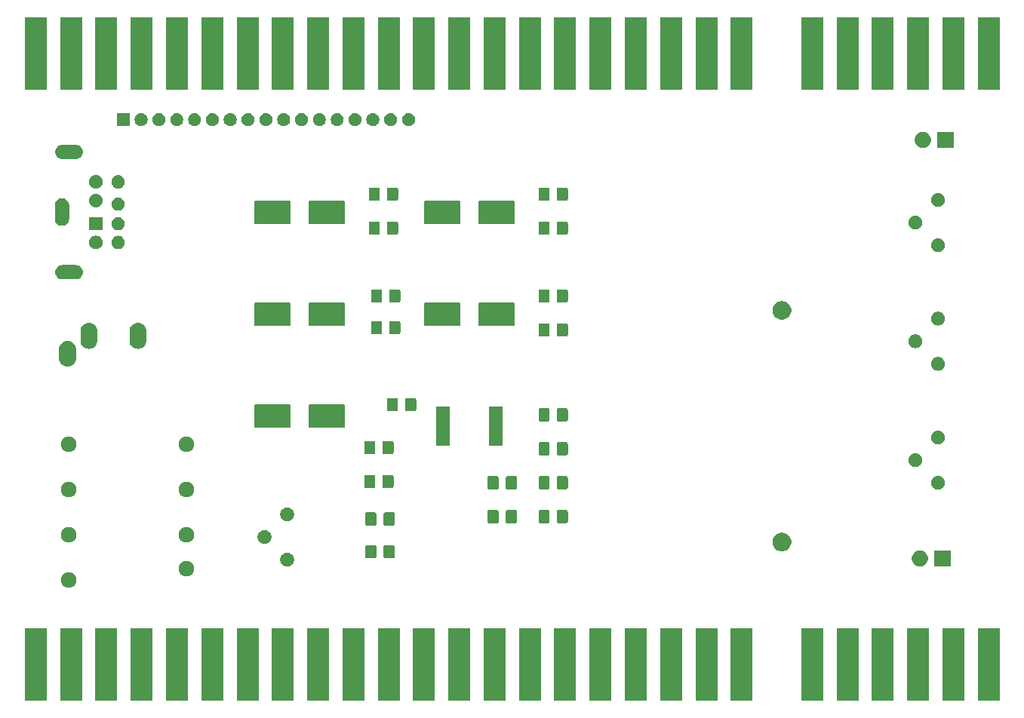
<source format=gbr>
G04 #@! TF.GenerationSoftware,KiCad,Pcbnew,(5.1.5)-3*
G04 #@! TF.CreationDate,2020-05-14T13:49:42+02:00*
G04 #@! TF.ProjectId,betsubetsu,62657473-7562-4657-9473-752e6b696361,rev?*
G04 #@! TF.SameCoordinates,Original*
G04 #@! TF.FileFunction,Soldermask,Top*
G04 #@! TF.FilePolarity,Negative*
%FSLAX46Y46*%
G04 Gerber Fmt 4.6, Leading zero omitted, Abs format (unit mm)*
G04 Created by KiCad (PCBNEW (5.1.5)-3) date 2020-05-14 13:49:42*
%MOMM*%
%LPD*%
G04 APERTURE LIST*
%ADD10C,0.100000*%
G04 APERTURE END LIST*
D10*
G36*
X115355000Y-133795000D02*
G01*
X112903000Y-133795000D01*
X112903000Y-125693000D01*
X115355000Y-125693000D01*
X115355000Y-133795000D01*
G37*
G36*
X154955000Y-133795000D02*
G01*
X152503000Y-133795000D01*
X152503000Y-125693000D01*
X154955000Y-125693000D01*
X154955000Y-133795000D01*
G37*
G36*
X174755000Y-133795000D02*
G01*
X172303000Y-133795000D01*
X172303000Y-125693000D01*
X174755000Y-125693000D01*
X174755000Y-133795000D01*
G37*
G36*
X198515000Y-133795000D02*
G01*
X196063000Y-133795000D01*
X196063000Y-125693000D01*
X198515000Y-125693000D01*
X198515000Y-133795000D01*
G37*
G36*
X158915000Y-133795000D02*
G01*
X156463000Y-133795000D01*
X156463000Y-125693000D01*
X158915000Y-125693000D01*
X158915000Y-133795000D01*
G37*
G36*
X194555000Y-133795000D02*
G01*
X192103000Y-133795000D01*
X192103000Y-125693000D01*
X194555000Y-125693000D01*
X194555000Y-133795000D01*
G37*
G36*
X178715000Y-133795000D02*
G01*
X176263000Y-133795000D01*
X176263000Y-125693000D01*
X178715000Y-125693000D01*
X178715000Y-133795000D01*
G37*
G36*
X186635000Y-133795000D02*
G01*
X184183000Y-133795000D01*
X184183000Y-125693000D01*
X186635000Y-125693000D01*
X186635000Y-133795000D01*
G37*
G36*
X131195000Y-133795000D02*
G01*
X128743000Y-133795000D01*
X128743000Y-125693000D01*
X131195000Y-125693000D01*
X131195000Y-133795000D01*
G37*
G36*
X123275000Y-133795000D02*
G01*
X120823000Y-133795000D01*
X120823000Y-125693000D01*
X123275000Y-125693000D01*
X123275000Y-133795000D01*
G37*
G36*
X103475000Y-133795000D02*
G01*
X101023000Y-133795000D01*
X101023000Y-125693000D01*
X103475000Y-125693000D01*
X103475000Y-133795000D01*
G37*
G36*
X119315000Y-133795000D02*
G01*
X116863000Y-133795000D01*
X116863000Y-125693000D01*
X119315000Y-125693000D01*
X119315000Y-133795000D01*
G37*
G36*
X111395000Y-133795000D02*
G01*
X108943000Y-133795000D01*
X108943000Y-125693000D01*
X111395000Y-125693000D01*
X111395000Y-133795000D01*
G37*
G36*
X127235000Y-133795000D02*
G01*
X124783000Y-133795000D01*
X124783000Y-125693000D01*
X127235000Y-125693000D01*
X127235000Y-133795000D01*
G37*
G36*
X143075000Y-133795000D02*
G01*
X140623000Y-133795000D01*
X140623000Y-125693000D01*
X143075000Y-125693000D01*
X143075000Y-133795000D01*
G37*
G36*
X107435000Y-133795000D02*
G01*
X104983000Y-133795000D01*
X104983000Y-125693000D01*
X107435000Y-125693000D01*
X107435000Y-133795000D01*
G37*
G36*
X170795000Y-133795000D02*
G01*
X168343000Y-133795000D01*
X168343000Y-125693000D01*
X170795000Y-125693000D01*
X170795000Y-133795000D01*
G37*
G36*
X135155000Y-133795000D02*
G01*
X132703000Y-133795000D01*
X132703000Y-125693000D01*
X135155000Y-125693000D01*
X135155000Y-133795000D01*
G37*
G36*
X150995000Y-133795000D02*
G01*
X148543000Y-133795000D01*
X148543000Y-125693000D01*
X150995000Y-125693000D01*
X150995000Y-133795000D01*
G37*
G36*
X147035000Y-133795000D02*
G01*
X144583000Y-133795000D01*
X144583000Y-125693000D01*
X147035000Y-125693000D01*
X147035000Y-133795000D01*
G37*
G36*
X99515000Y-133795000D02*
G01*
X97063000Y-133795000D01*
X97063000Y-125693000D01*
X99515000Y-125693000D01*
X99515000Y-133795000D01*
G37*
G36*
X162875000Y-133795000D02*
G01*
X160423000Y-133795000D01*
X160423000Y-125693000D01*
X162875000Y-125693000D01*
X162875000Y-133795000D01*
G37*
G36*
X202475000Y-133795000D02*
G01*
X200023000Y-133795000D01*
X200023000Y-125693000D01*
X202475000Y-125693000D01*
X202475000Y-133795000D01*
G37*
G36*
X206435000Y-133795000D02*
G01*
X203983000Y-133795000D01*
X203983000Y-125693000D01*
X206435000Y-125693000D01*
X206435000Y-133795000D01*
G37*
G36*
X190595000Y-133795000D02*
G01*
X188143000Y-133795000D01*
X188143000Y-125693000D01*
X190595000Y-125693000D01*
X190595000Y-133795000D01*
G37*
G36*
X166835000Y-133795000D02*
G01*
X164383000Y-133795000D01*
X164383000Y-125693000D01*
X166835000Y-125693000D01*
X166835000Y-133795000D01*
G37*
G36*
X139115000Y-133795000D02*
G01*
X136663000Y-133795000D01*
X136663000Y-125693000D01*
X139115000Y-125693000D01*
X139115000Y-133795000D01*
G37*
G36*
X102181810Y-119408135D02*
G01*
X102238707Y-119419452D01*
X102399494Y-119486052D01*
X102399496Y-119486053D01*
X102544196Y-119582738D01*
X102667262Y-119705804D01*
X102763947Y-119850504D01*
X102830548Y-120011294D01*
X102864500Y-120181981D01*
X102864500Y-120356019D01*
X102830548Y-120526706D01*
X102763947Y-120687496D01*
X102667262Y-120832196D01*
X102544196Y-120955262D01*
X102399496Y-121051947D01*
X102399495Y-121051948D01*
X102399494Y-121051948D01*
X102238707Y-121118548D01*
X102181810Y-121129865D01*
X102068019Y-121152500D01*
X101893981Y-121152500D01*
X101780190Y-121129865D01*
X101723293Y-121118548D01*
X101562506Y-121051948D01*
X101562505Y-121051948D01*
X101562504Y-121051947D01*
X101417804Y-120955262D01*
X101294738Y-120832196D01*
X101198053Y-120687496D01*
X101131452Y-120526706D01*
X101097500Y-120356019D01*
X101097500Y-120181981D01*
X101131452Y-120011294D01*
X101198053Y-119850504D01*
X101294738Y-119705804D01*
X101417804Y-119582738D01*
X101562504Y-119486053D01*
X101562506Y-119486052D01*
X101723293Y-119419452D01*
X101780190Y-119408135D01*
X101893981Y-119385500D01*
X102068019Y-119385500D01*
X102181810Y-119408135D01*
G37*
G36*
X115389810Y-118138135D02*
G01*
X115446707Y-118149452D01*
X115587796Y-118207893D01*
X115607496Y-118216053D01*
X115752196Y-118312738D01*
X115875262Y-118435804D01*
X115971947Y-118580504D01*
X115971948Y-118580506D01*
X116038548Y-118741293D01*
X116041672Y-118757000D01*
X116072500Y-118911981D01*
X116072500Y-119086019D01*
X116038548Y-119256706D01*
X115971947Y-119417496D01*
X115875262Y-119562196D01*
X115752196Y-119685262D01*
X115607496Y-119781947D01*
X115607495Y-119781948D01*
X115607494Y-119781948D01*
X115446707Y-119848548D01*
X115436873Y-119850504D01*
X115276019Y-119882500D01*
X115101981Y-119882500D01*
X114941127Y-119850504D01*
X114931293Y-119848548D01*
X114770506Y-119781948D01*
X114770505Y-119781948D01*
X114770504Y-119781947D01*
X114625804Y-119685262D01*
X114502738Y-119562196D01*
X114406053Y-119417496D01*
X114339452Y-119256706D01*
X114305500Y-119086019D01*
X114305500Y-118911981D01*
X114336328Y-118757000D01*
X114339452Y-118741293D01*
X114406052Y-118580506D01*
X114406053Y-118580504D01*
X114502738Y-118435804D01*
X114625804Y-118312738D01*
X114770504Y-118216053D01*
X114790204Y-118207893D01*
X114931293Y-118149452D01*
X114988190Y-118138135D01*
X115101981Y-118115500D01*
X115276019Y-118115500D01*
X115389810Y-118138135D01*
G37*
G36*
X200926000Y-118757000D02*
G01*
X199124000Y-118757000D01*
X199124000Y-116955000D01*
X200926000Y-116955000D01*
X200926000Y-118757000D01*
G37*
G36*
X197598512Y-116959927D02*
G01*
X197747812Y-116989624D01*
X197911784Y-117057544D01*
X198059354Y-117156147D01*
X198184853Y-117281646D01*
X198283456Y-117429216D01*
X198351376Y-117593188D01*
X198386000Y-117767259D01*
X198386000Y-117944741D01*
X198351376Y-118118812D01*
X198283456Y-118282784D01*
X198184853Y-118430354D01*
X198059354Y-118555853D01*
X197911784Y-118654456D01*
X197747812Y-118722376D01*
X197598512Y-118752073D01*
X197573742Y-118757000D01*
X197396258Y-118757000D01*
X197371488Y-118752073D01*
X197222188Y-118722376D01*
X197058216Y-118654456D01*
X196910646Y-118555853D01*
X196785147Y-118430354D01*
X196686544Y-118282784D01*
X196618624Y-118118812D01*
X196584000Y-117944741D01*
X196584000Y-117767259D01*
X196618624Y-117593188D01*
X196686544Y-117429216D01*
X196785147Y-117281646D01*
X196910646Y-117156147D01*
X197058216Y-117057544D01*
X197222188Y-116989624D01*
X197371488Y-116959927D01*
X197396258Y-116955000D01*
X197573742Y-116955000D01*
X197598512Y-116959927D01*
G37*
G36*
X126617589Y-117221876D02*
G01*
X126716893Y-117241629D01*
X126857206Y-117299748D01*
X126983484Y-117384125D01*
X127090875Y-117491516D01*
X127175252Y-117617794D01*
X127233371Y-117758107D01*
X127263000Y-117907063D01*
X127263000Y-118058937D01*
X127233371Y-118207893D01*
X127175252Y-118348206D01*
X127090875Y-118474484D01*
X126983484Y-118581875D01*
X126857206Y-118666252D01*
X126716893Y-118724371D01*
X126617589Y-118744124D01*
X126567938Y-118754000D01*
X126416062Y-118754000D01*
X126366411Y-118744124D01*
X126267107Y-118724371D01*
X126126794Y-118666252D01*
X126000516Y-118581875D01*
X125893125Y-118474484D01*
X125808748Y-118348206D01*
X125750629Y-118207893D01*
X125721000Y-118058937D01*
X125721000Y-117907063D01*
X125750629Y-117758107D01*
X125808748Y-117617794D01*
X125893125Y-117491516D01*
X126000516Y-117384125D01*
X126126794Y-117299748D01*
X126267107Y-117241629D01*
X126366411Y-117221876D01*
X126416062Y-117212000D01*
X126567938Y-117212000D01*
X126617589Y-117221876D01*
G37*
G36*
X136344674Y-116347465D02*
G01*
X136382367Y-116358899D01*
X136417103Y-116377466D01*
X136447548Y-116402452D01*
X136472534Y-116432897D01*
X136491101Y-116467633D01*
X136502535Y-116505326D01*
X136507000Y-116550661D01*
X136507000Y-117637339D01*
X136502535Y-117682674D01*
X136491101Y-117720367D01*
X136472534Y-117755103D01*
X136447548Y-117785548D01*
X136417103Y-117810534D01*
X136382367Y-117829101D01*
X136344674Y-117840535D01*
X136299339Y-117845000D01*
X135462661Y-117845000D01*
X135417326Y-117840535D01*
X135379633Y-117829101D01*
X135344897Y-117810534D01*
X135314452Y-117785548D01*
X135289466Y-117755103D01*
X135270899Y-117720367D01*
X135259465Y-117682674D01*
X135255000Y-117637339D01*
X135255000Y-116550661D01*
X135259465Y-116505326D01*
X135270899Y-116467633D01*
X135289466Y-116432897D01*
X135314452Y-116402452D01*
X135344897Y-116377466D01*
X135379633Y-116358899D01*
X135417326Y-116347465D01*
X135462661Y-116343000D01*
X136299339Y-116343000D01*
X136344674Y-116347465D01*
G37*
G36*
X138394674Y-116347465D02*
G01*
X138432367Y-116358899D01*
X138467103Y-116377466D01*
X138497548Y-116402452D01*
X138522534Y-116432897D01*
X138541101Y-116467633D01*
X138552535Y-116505326D01*
X138557000Y-116550661D01*
X138557000Y-117637339D01*
X138552535Y-117682674D01*
X138541101Y-117720367D01*
X138522534Y-117755103D01*
X138497548Y-117785548D01*
X138467103Y-117810534D01*
X138432367Y-117829101D01*
X138394674Y-117840535D01*
X138349339Y-117845000D01*
X137512661Y-117845000D01*
X137467326Y-117840535D01*
X137429633Y-117829101D01*
X137394897Y-117810534D01*
X137364452Y-117785548D01*
X137339466Y-117755103D01*
X137320899Y-117720367D01*
X137309465Y-117682674D01*
X137305000Y-117637339D01*
X137305000Y-116550661D01*
X137309465Y-116505326D01*
X137320899Y-116467633D01*
X137339466Y-116432897D01*
X137364452Y-116402452D01*
X137394897Y-116377466D01*
X137429633Y-116358899D01*
X137467326Y-116347465D01*
X137512661Y-116343000D01*
X138349339Y-116343000D01*
X138394674Y-116347465D01*
G37*
G36*
X182306564Y-114989389D02*
G01*
X182497833Y-115068615D01*
X182497835Y-115068616D01*
X182547769Y-115101981D01*
X182669973Y-115183635D01*
X182816365Y-115330027D01*
X182931385Y-115502167D01*
X183010611Y-115693436D01*
X183051000Y-115896484D01*
X183051000Y-116103516D01*
X183010611Y-116306564D01*
X182958282Y-116432897D01*
X182931384Y-116497835D01*
X182816365Y-116669973D01*
X182669973Y-116816365D01*
X182497835Y-116931384D01*
X182497834Y-116931385D01*
X182497833Y-116931385D01*
X182306564Y-117010611D01*
X182103516Y-117051000D01*
X181896484Y-117051000D01*
X181693436Y-117010611D01*
X181502167Y-116931385D01*
X181502166Y-116931385D01*
X181502165Y-116931384D01*
X181330027Y-116816365D01*
X181183635Y-116669973D01*
X181068616Y-116497835D01*
X181041718Y-116432897D01*
X180989389Y-116306564D01*
X180949000Y-116103516D01*
X180949000Y-115896484D01*
X180989389Y-115693436D01*
X181068615Y-115502167D01*
X181183635Y-115330027D01*
X181330027Y-115183635D01*
X181452231Y-115101981D01*
X181502165Y-115068616D01*
X181502167Y-115068615D01*
X181693436Y-114989389D01*
X181896484Y-114949000D01*
X182103516Y-114949000D01*
X182306564Y-114989389D01*
G37*
G36*
X124077589Y-114681876D02*
G01*
X124176893Y-114701629D01*
X124317206Y-114759748D01*
X124443484Y-114844125D01*
X124550875Y-114951516D01*
X124635252Y-115077794D01*
X124693371Y-115218107D01*
X124723000Y-115367063D01*
X124723000Y-115518937D01*
X124693371Y-115667893D01*
X124635252Y-115808206D01*
X124550875Y-115934484D01*
X124443484Y-116041875D01*
X124317206Y-116126252D01*
X124176893Y-116184371D01*
X124077589Y-116204124D01*
X124027938Y-116214000D01*
X123876062Y-116214000D01*
X123826411Y-116204124D01*
X123727107Y-116184371D01*
X123586794Y-116126252D01*
X123460516Y-116041875D01*
X123353125Y-115934484D01*
X123268748Y-115808206D01*
X123210629Y-115667893D01*
X123181000Y-115518937D01*
X123181000Y-115367063D01*
X123210629Y-115218107D01*
X123268748Y-115077794D01*
X123353125Y-114951516D01*
X123460516Y-114844125D01*
X123586794Y-114759748D01*
X123727107Y-114701629D01*
X123826411Y-114681876D01*
X123876062Y-114672000D01*
X124027938Y-114672000D01*
X124077589Y-114681876D01*
G37*
G36*
X102181810Y-114328135D02*
G01*
X102238707Y-114339452D01*
X102399494Y-114406052D01*
X102399496Y-114406053D01*
X102544196Y-114502738D01*
X102667262Y-114625804D01*
X102756760Y-114759748D01*
X102763948Y-114770506D01*
X102830548Y-114931293D01*
X102864500Y-115101983D01*
X102864500Y-115276017D01*
X102830548Y-115446707D01*
X102800629Y-115518937D01*
X102763947Y-115607496D01*
X102667262Y-115752196D01*
X102544196Y-115875262D01*
X102399496Y-115971947D01*
X102399495Y-115971948D01*
X102399494Y-115971948D01*
X102238707Y-116038548D01*
X102181810Y-116049865D01*
X102068019Y-116072500D01*
X101893981Y-116072500D01*
X101780190Y-116049865D01*
X101723293Y-116038548D01*
X101562506Y-115971948D01*
X101562505Y-115971948D01*
X101562504Y-115971947D01*
X101417804Y-115875262D01*
X101294738Y-115752196D01*
X101198053Y-115607496D01*
X101161371Y-115518937D01*
X101131452Y-115446707D01*
X101097500Y-115276017D01*
X101097500Y-115101983D01*
X101131452Y-114931293D01*
X101198052Y-114770506D01*
X101205240Y-114759748D01*
X101294738Y-114625804D01*
X101417804Y-114502738D01*
X101562504Y-114406053D01*
X101562506Y-114406052D01*
X101723293Y-114339452D01*
X101780190Y-114328135D01*
X101893981Y-114305500D01*
X102068019Y-114305500D01*
X102181810Y-114328135D01*
G37*
G36*
X115389810Y-114328135D02*
G01*
X115446707Y-114339452D01*
X115607494Y-114406052D01*
X115607496Y-114406053D01*
X115752196Y-114502738D01*
X115875262Y-114625804D01*
X115964760Y-114759748D01*
X115971948Y-114770506D01*
X116038548Y-114931293D01*
X116072500Y-115101983D01*
X116072500Y-115276017D01*
X116038548Y-115446707D01*
X116008629Y-115518937D01*
X115971947Y-115607496D01*
X115875262Y-115752196D01*
X115752196Y-115875262D01*
X115607496Y-115971947D01*
X115607495Y-115971948D01*
X115607494Y-115971948D01*
X115446707Y-116038548D01*
X115389810Y-116049865D01*
X115276019Y-116072500D01*
X115101981Y-116072500D01*
X114988190Y-116049865D01*
X114931293Y-116038548D01*
X114770506Y-115971948D01*
X114770505Y-115971948D01*
X114770504Y-115971947D01*
X114625804Y-115875262D01*
X114502738Y-115752196D01*
X114406053Y-115607496D01*
X114369371Y-115518937D01*
X114339452Y-115446707D01*
X114305500Y-115276017D01*
X114305500Y-115101983D01*
X114339452Y-114931293D01*
X114406052Y-114770506D01*
X114413240Y-114759748D01*
X114502738Y-114625804D01*
X114625804Y-114502738D01*
X114770504Y-114406053D01*
X114770506Y-114406052D01*
X114931293Y-114339452D01*
X114988190Y-114328135D01*
X115101981Y-114305500D01*
X115276019Y-114305500D01*
X115389810Y-114328135D01*
G37*
G36*
X138394674Y-112664465D02*
G01*
X138432367Y-112675899D01*
X138467103Y-112694466D01*
X138497548Y-112719452D01*
X138522534Y-112749897D01*
X138541101Y-112784633D01*
X138552535Y-112822326D01*
X138557000Y-112867661D01*
X138557000Y-113954339D01*
X138552535Y-113999674D01*
X138541101Y-114037367D01*
X138522534Y-114072103D01*
X138497548Y-114102548D01*
X138467103Y-114127534D01*
X138432367Y-114146101D01*
X138394674Y-114157535D01*
X138349339Y-114162000D01*
X137512661Y-114162000D01*
X137467326Y-114157535D01*
X137429633Y-114146101D01*
X137394897Y-114127534D01*
X137364452Y-114102548D01*
X137339466Y-114072103D01*
X137320899Y-114037367D01*
X137309465Y-113999674D01*
X137305000Y-113954339D01*
X137305000Y-112867661D01*
X137309465Y-112822326D01*
X137320899Y-112784633D01*
X137339466Y-112749897D01*
X137364452Y-112719452D01*
X137394897Y-112694466D01*
X137429633Y-112675899D01*
X137467326Y-112664465D01*
X137512661Y-112660000D01*
X138349339Y-112660000D01*
X138394674Y-112664465D01*
G37*
G36*
X136344674Y-112664465D02*
G01*
X136382367Y-112675899D01*
X136417103Y-112694466D01*
X136447548Y-112719452D01*
X136472534Y-112749897D01*
X136491101Y-112784633D01*
X136502535Y-112822326D01*
X136507000Y-112867661D01*
X136507000Y-113954339D01*
X136502535Y-113999674D01*
X136491101Y-114037367D01*
X136472534Y-114072103D01*
X136447548Y-114102548D01*
X136417103Y-114127534D01*
X136382367Y-114146101D01*
X136344674Y-114157535D01*
X136299339Y-114162000D01*
X135462661Y-114162000D01*
X135417326Y-114157535D01*
X135379633Y-114146101D01*
X135344897Y-114127534D01*
X135314452Y-114102548D01*
X135289466Y-114072103D01*
X135270899Y-114037367D01*
X135259465Y-113999674D01*
X135255000Y-113954339D01*
X135255000Y-112867661D01*
X135259465Y-112822326D01*
X135270899Y-112784633D01*
X135289466Y-112749897D01*
X135314452Y-112719452D01*
X135344897Y-112694466D01*
X135379633Y-112675899D01*
X135417326Y-112664465D01*
X135462661Y-112660000D01*
X136299339Y-112660000D01*
X136344674Y-112664465D01*
G37*
G36*
X157825674Y-112410465D02*
G01*
X157863367Y-112421899D01*
X157898103Y-112440466D01*
X157928548Y-112465452D01*
X157953534Y-112495897D01*
X157972101Y-112530633D01*
X157983535Y-112568326D01*
X157988000Y-112613661D01*
X157988000Y-113700339D01*
X157983535Y-113745674D01*
X157972101Y-113783367D01*
X157953534Y-113818103D01*
X157928548Y-113848548D01*
X157898103Y-113873534D01*
X157863367Y-113892101D01*
X157825674Y-113903535D01*
X157780339Y-113908000D01*
X156943661Y-113908000D01*
X156898326Y-113903535D01*
X156860633Y-113892101D01*
X156825897Y-113873534D01*
X156795452Y-113848548D01*
X156770466Y-113818103D01*
X156751899Y-113783367D01*
X156740465Y-113745674D01*
X156736000Y-113700339D01*
X156736000Y-112613661D01*
X156740465Y-112568326D01*
X156751899Y-112530633D01*
X156770466Y-112495897D01*
X156795452Y-112465452D01*
X156825897Y-112440466D01*
X156860633Y-112421899D01*
X156898326Y-112410465D01*
X156943661Y-112406000D01*
X157780339Y-112406000D01*
X157825674Y-112410465D01*
G37*
G36*
X155775674Y-112410465D02*
G01*
X155813367Y-112421899D01*
X155848103Y-112440466D01*
X155878548Y-112465452D01*
X155903534Y-112495897D01*
X155922101Y-112530633D01*
X155933535Y-112568326D01*
X155938000Y-112613661D01*
X155938000Y-113700339D01*
X155933535Y-113745674D01*
X155922101Y-113783367D01*
X155903534Y-113818103D01*
X155878548Y-113848548D01*
X155848103Y-113873534D01*
X155813367Y-113892101D01*
X155775674Y-113903535D01*
X155730339Y-113908000D01*
X154893661Y-113908000D01*
X154848326Y-113903535D01*
X154810633Y-113892101D01*
X154775897Y-113873534D01*
X154745452Y-113848548D01*
X154720466Y-113818103D01*
X154701899Y-113783367D01*
X154690465Y-113745674D01*
X154686000Y-113700339D01*
X154686000Y-112613661D01*
X154690465Y-112568326D01*
X154701899Y-112530633D01*
X154720466Y-112495897D01*
X154745452Y-112465452D01*
X154775897Y-112440466D01*
X154810633Y-112421899D01*
X154848326Y-112410465D01*
X154893661Y-112406000D01*
X155730339Y-112406000D01*
X155775674Y-112410465D01*
G37*
G36*
X152110674Y-112410465D02*
G01*
X152148367Y-112421899D01*
X152183103Y-112440466D01*
X152213548Y-112465452D01*
X152238534Y-112495897D01*
X152257101Y-112530633D01*
X152268535Y-112568326D01*
X152273000Y-112613661D01*
X152273000Y-113700339D01*
X152268535Y-113745674D01*
X152257101Y-113783367D01*
X152238534Y-113818103D01*
X152213548Y-113848548D01*
X152183103Y-113873534D01*
X152148367Y-113892101D01*
X152110674Y-113903535D01*
X152065339Y-113908000D01*
X151228661Y-113908000D01*
X151183326Y-113903535D01*
X151145633Y-113892101D01*
X151110897Y-113873534D01*
X151080452Y-113848548D01*
X151055466Y-113818103D01*
X151036899Y-113783367D01*
X151025465Y-113745674D01*
X151021000Y-113700339D01*
X151021000Y-112613661D01*
X151025465Y-112568326D01*
X151036899Y-112530633D01*
X151055466Y-112495897D01*
X151080452Y-112465452D01*
X151110897Y-112440466D01*
X151145633Y-112421899D01*
X151183326Y-112410465D01*
X151228661Y-112406000D01*
X152065339Y-112406000D01*
X152110674Y-112410465D01*
G37*
G36*
X150060674Y-112410465D02*
G01*
X150098367Y-112421899D01*
X150133103Y-112440466D01*
X150163548Y-112465452D01*
X150188534Y-112495897D01*
X150207101Y-112530633D01*
X150218535Y-112568326D01*
X150223000Y-112613661D01*
X150223000Y-113700339D01*
X150218535Y-113745674D01*
X150207101Y-113783367D01*
X150188534Y-113818103D01*
X150163548Y-113848548D01*
X150133103Y-113873534D01*
X150098367Y-113892101D01*
X150060674Y-113903535D01*
X150015339Y-113908000D01*
X149178661Y-113908000D01*
X149133326Y-113903535D01*
X149095633Y-113892101D01*
X149060897Y-113873534D01*
X149030452Y-113848548D01*
X149005466Y-113818103D01*
X148986899Y-113783367D01*
X148975465Y-113745674D01*
X148971000Y-113700339D01*
X148971000Y-112613661D01*
X148975465Y-112568326D01*
X148986899Y-112530633D01*
X149005466Y-112495897D01*
X149030452Y-112465452D01*
X149060897Y-112440466D01*
X149095633Y-112421899D01*
X149133326Y-112410465D01*
X149178661Y-112406000D01*
X150015339Y-112406000D01*
X150060674Y-112410465D01*
G37*
G36*
X126617589Y-112141876D02*
G01*
X126716893Y-112161629D01*
X126857206Y-112219748D01*
X126983484Y-112304125D01*
X127090875Y-112411516D01*
X127175252Y-112537794D01*
X127233371Y-112678107D01*
X127263000Y-112827063D01*
X127263000Y-112978937D01*
X127233371Y-113127893D01*
X127175252Y-113268206D01*
X127090875Y-113394484D01*
X126983484Y-113501875D01*
X126857206Y-113586252D01*
X126716893Y-113644371D01*
X126617589Y-113664124D01*
X126567938Y-113674000D01*
X126416062Y-113674000D01*
X126366411Y-113664124D01*
X126267107Y-113644371D01*
X126126794Y-113586252D01*
X126000516Y-113501875D01*
X125893125Y-113394484D01*
X125808748Y-113268206D01*
X125750629Y-113127893D01*
X125721000Y-112978937D01*
X125721000Y-112827063D01*
X125750629Y-112678107D01*
X125808748Y-112537794D01*
X125893125Y-112411516D01*
X126000516Y-112304125D01*
X126126794Y-112219748D01*
X126267107Y-112161629D01*
X126366411Y-112141876D01*
X126416062Y-112132000D01*
X126567938Y-112132000D01*
X126617589Y-112141876D01*
G37*
G36*
X102181810Y-109248135D02*
G01*
X102238707Y-109259452D01*
X102266738Y-109271063D01*
X102399496Y-109326053D01*
X102544196Y-109422738D01*
X102667262Y-109545804D01*
X102763947Y-109690504D01*
X102763948Y-109690506D01*
X102830548Y-109851293D01*
X102838315Y-109890339D01*
X102864500Y-110021981D01*
X102864500Y-110196019D01*
X102830548Y-110366706D01*
X102763947Y-110527496D01*
X102667262Y-110672196D01*
X102544196Y-110795262D01*
X102399496Y-110891947D01*
X102399495Y-110891948D01*
X102399494Y-110891948D01*
X102238707Y-110958548D01*
X102181810Y-110969865D01*
X102068019Y-110992500D01*
X101893981Y-110992500D01*
X101780190Y-110969865D01*
X101723293Y-110958548D01*
X101562506Y-110891948D01*
X101562505Y-110891948D01*
X101562504Y-110891947D01*
X101417804Y-110795262D01*
X101294738Y-110672196D01*
X101198053Y-110527496D01*
X101131452Y-110366706D01*
X101097500Y-110196019D01*
X101097500Y-110021981D01*
X101123685Y-109890339D01*
X101131452Y-109851293D01*
X101198052Y-109690506D01*
X101198053Y-109690504D01*
X101294738Y-109545804D01*
X101417804Y-109422738D01*
X101562504Y-109326053D01*
X101695262Y-109271063D01*
X101723293Y-109259452D01*
X101780190Y-109248135D01*
X101893981Y-109225500D01*
X102068019Y-109225500D01*
X102181810Y-109248135D01*
G37*
G36*
X115389810Y-109248135D02*
G01*
X115446707Y-109259452D01*
X115474738Y-109271063D01*
X115607496Y-109326053D01*
X115752196Y-109422738D01*
X115875262Y-109545804D01*
X115971947Y-109690504D01*
X115971948Y-109690506D01*
X116038548Y-109851293D01*
X116046315Y-109890339D01*
X116072500Y-110021981D01*
X116072500Y-110196019D01*
X116038548Y-110366706D01*
X115971947Y-110527496D01*
X115875262Y-110672196D01*
X115752196Y-110795262D01*
X115607496Y-110891947D01*
X115607495Y-110891948D01*
X115607494Y-110891948D01*
X115446707Y-110958548D01*
X115389810Y-110969865D01*
X115276019Y-110992500D01*
X115101981Y-110992500D01*
X114988190Y-110969865D01*
X114931293Y-110958548D01*
X114770506Y-110891948D01*
X114770505Y-110891948D01*
X114770504Y-110891947D01*
X114625804Y-110795262D01*
X114502738Y-110672196D01*
X114406053Y-110527496D01*
X114339452Y-110366706D01*
X114305500Y-110196019D01*
X114305500Y-110021981D01*
X114331685Y-109890339D01*
X114339452Y-109851293D01*
X114406052Y-109690506D01*
X114406053Y-109690504D01*
X114502738Y-109545804D01*
X114625804Y-109422738D01*
X114770504Y-109326053D01*
X114903262Y-109271063D01*
X114931293Y-109259452D01*
X114988190Y-109248135D01*
X115101981Y-109225500D01*
X115276019Y-109225500D01*
X115389810Y-109248135D01*
G37*
G36*
X199642589Y-108585876D02*
G01*
X199741893Y-108605629D01*
X199882206Y-108663748D01*
X200008484Y-108748125D01*
X200115875Y-108855516D01*
X200200252Y-108981794D01*
X200258371Y-109122107D01*
X200258371Y-109122109D01*
X200285691Y-109259452D01*
X200288000Y-109271063D01*
X200288000Y-109422937D01*
X200258371Y-109571893D01*
X200200252Y-109712206D01*
X200115875Y-109838484D01*
X200008484Y-109945875D01*
X199882206Y-110030252D01*
X199741893Y-110088371D01*
X199642589Y-110108124D01*
X199592938Y-110118000D01*
X199441062Y-110118000D01*
X199391411Y-110108124D01*
X199292107Y-110088371D01*
X199151794Y-110030252D01*
X199025516Y-109945875D01*
X198918125Y-109838484D01*
X198833748Y-109712206D01*
X198775629Y-109571893D01*
X198746000Y-109422937D01*
X198746000Y-109271063D01*
X198748310Y-109259452D01*
X198775629Y-109122109D01*
X198775629Y-109122107D01*
X198833748Y-108981794D01*
X198918125Y-108855516D01*
X199025516Y-108748125D01*
X199151794Y-108663748D01*
X199292107Y-108605629D01*
X199391411Y-108585876D01*
X199441062Y-108576000D01*
X199592938Y-108576000D01*
X199642589Y-108585876D01*
G37*
G36*
X155775674Y-108600465D02*
G01*
X155813367Y-108611899D01*
X155848103Y-108630466D01*
X155878548Y-108655452D01*
X155903534Y-108685897D01*
X155922101Y-108720633D01*
X155933535Y-108758326D01*
X155938000Y-108803661D01*
X155938000Y-109890339D01*
X155933535Y-109935674D01*
X155922101Y-109973367D01*
X155903534Y-110008103D01*
X155878548Y-110038548D01*
X155848103Y-110063534D01*
X155813367Y-110082101D01*
X155775674Y-110093535D01*
X155730339Y-110098000D01*
X154893661Y-110098000D01*
X154848326Y-110093535D01*
X154810633Y-110082101D01*
X154775897Y-110063534D01*
X154745452Y-110038548D01*
X154720466Y-110008103D01*
X154701899Y-109973367D01*
X154690465Y-109935674D01*
X154686000Y-109890339D01*
X154686000Y-108803661D01*
X154690465Y-108758326D01*
X154701899Y-108720633D01*
X154720466Y-108685897D01*
X154745452Y-108655452D01*
X154775897Y-108630466D01*
X154810633Y-108611899D01*
X154848326Y-108600465D01*
X154893661Y-108596000D01*
X155730339Y-108596000D01*
X155775674Y-108600465D01*
G37*
G36*
X157825674Y-108600465D02*
G01*
X157863367Y-108611899D01*
X157898103Y-108630466D01*
X157928548Y-108655452D01*
X157953534Y-108685897D01*
X157972101Y-108720633D01*
X157983535Y-108758326D01*
X157988000Y-108803661D01*
X157988000Y-109890339D01*
X157983535Y-109935674D01*
X157972101Y-109973367D01*
X157953534Y-110008103D01*
X157928548Y-110038548D01*
X157898103Y-110063534D01*
X157863367Y-110082101D01*
X157825674Y-110093535D01*
X157780339Y-110098000D01*
X156943661Y-110098000D01*
X156898326Y-110093535D01*
X156860633Y-110082101D01*
X156825897Y-110063534D01*
X156795452Y-110038548D01*
X156770466Y-110008103D01*
X156751899Y-109973367D01*
X156740465Y-109935674D01*
X156736000Y-109890339D01*
X156736000Y-108803661D01*
X156740465Y-108758326D01*
X156751899Y-108720633D01*
X156770466Y-108685897D01*
X156795452Y-108655452D01*
X156825897Y-108630466D01*
X156860633Y-108611899D01*
X156898326Y-108600465D01*
X156943661Y-108596000D01*
X157780339Y-108596000D01*
X157825674Y-108600465D01*
G37*
G36*
X150060674Y-108600465D02*
G01*
X150098367Y-108611899D01*
X150133103Y-108630466D01*
X150163548Y-108655452D01*
X150188534Y-108685897D01*
X150207101Y-108720633D01*
X150218535Y-108758326D01*
X150223000Y-108803661D01*
X150223000Y-109890339D01*
X150218535Y-109935674D01*
X150207101Y-109973367D01*
X150188534Y-110008103D01*
X150163548Y-110038548D01*
X150133103Y-110063534D01*
X150098367Y-110082101D01*
X150060674Y-110093535D01*
X150015339Y-110098000D01*
X149178661Y-110098000D01*
X149133326Y-110093535D01*
X149095633Y-110082101D01*
X149060897Y-110063534D01*
X149030452Y-110038548D01*
X149005466Y-110008103D01*
X148986899Y-109973367D01*
X148975465Y-109935674D01*
X148971000Y-109890339D01*
X148971000Y-108803661D01*
X148975465Y-108758326D01*
X148986899Y-108720633D01*
X149005466Y-108685897D01*
X149030452Y-108655452D01*
X149060897Y-108630466D01*
X149095633Y-108611899D01*
X149133326Y-108600465D01*
X149178661Y-108596000D01*
X150015339Y-108596000D01*
X150060674Y-108600465D01*
G37*
G36*
X152110674Y-108600465D02*
G01*
X152148367Y-108611899D01*
X152183103Y-108630466D01*
X152213548Y-108655452D01*
X152238534Y-108685897D01*
X152257101Y-108720633D01*
X152268535Y-108758326D01*
X152273000Y-108803661D01*
X152273000Y-109890339D01*
X152268535Y-109935674D01*
X152257101Y-109973367D01*
X152238534Y-110008103D01*
X152213548Y-110038548D01*
X152183103Y-110063534D01*
X152148367Y-110082101D01*
X152110674Y-110093535D01*
X152065339Y-110098000D01*
X151228661Y-110098000D01*
X151183326Y-110093535D01*
X151145633Y-110082101D01*
X151110897Y-110063534D01*
X151080452Y-110038548D01*
X151055466Y-110008103D01*
X151036899Y-109973367D01*
X151025465Y-109935674D01*
X151021000Y-109890339D01*
X151021000Y-108803661D01*
X151025465Y-108758326D01*
X151036899Y-108720633D01*
X151055466Y-108685897D01*
X151080452Y-108655452D01*
X151110897Y-108630466D01*
X151145633Y-108611899D01*
X151183326Y-108600465D01*
X151228661Y-108596000D01*
X152065339Y-108596000D01*
X152110674Y-108600465D01*
G37*
G36*
X138267674Y-108473465D02*
G01*
X138305367Y-108484899D01*
X138340103Y-108503466D01*
X138370548Y-108528452D01*
X138395534Y-108558897D01*
X138414101Y-108593633D01*
X138425535Y-108631326D01*
X138430000Y-108676661D01*
X138430000Y-109763339D01*
X138425535Y-109808674D01*
X138414101Y-109846367D01*
X138395534Y-109881103D01*
X138370548Y-109911548D01*
X138340103Y-109936534D01*
X138305367Y-109955101D01*
X138267674Y-109966535D01*
X138222339Y-109971000D01*
X137385661Y-109971000D01*
X137340326Y-109966535D01*
X137302633Y-109955101D01*
X137267897Y-109936534D01*
X137237452Y-109911548D01*
X137212466Y-109881103D01*
X137193899Y-109846367D01*
X137182465Y-109808674D01*
X137178000Y-109763339D01*
X137178000Y-108676661D01*
X137182465Y-108631326D01*
X137193899Y-108593633D01*
X137212466Y-108558897D01*
X137237452Y-108528452D01*
X137267897Y-108503466D01*
X137302633Y-108484899D01*
X137340326Y-108473465D01*
X137385661Y-108469000D01*
X138222339Y-108469000D01*
X138267674Y-108473465D01*
G37*
G36*
X136217674Y-108473465D02*
G01*
X136255367Y-108484899D01*
X136290103Y-108503466D01*
X136320548Y-108528452D01*
X136345534Y-108558897D01*
X136364101Y-108593633D01*
X136375535Y-108631326D01*
X136380000Y-108676661D01*
X136380000Y-109763339D01*
X136375535Y-109808674D01*
X136364101Y-109846367D01*
X136345534Y-109881103D01*
X136320548Y-109911548D01*
X136290103Y-109936534D01*
X136255367Y-109955101D01*
X136217674Y-109966535D01*
X136172339Y-109971000D01*
X135335661Y-109971000D01*
X135290326Y-109966535D01*
X135252633Y-109955101D01*
X135217897Y-109936534D01*
X135187452Y-109911548D01*
X135162466Y-109881103D01*
X135143899Y-109846367D01*
X135132465Y-109808674D01*
X135128000Y-109763339D01*
X135128000Y-108676661D01*
X135132465Y-108631326D01*
X135143899Y-108593633D01*
X135162466Y-108558897D01*
X135187452Y-108528452D01*
X135217897Y-108503466D01*
X135252633Y-108484899D01*
X135290326Y-108473465D01*
X135335661Y-108469000D01*
X136172339Y-108469000D01*
X136217674Y-108473465D01*
G37*
G36*
X197073238Y-106040038D02*
G01*
X197201893Y-106065629D01*
X197342206Y-106123748D01*
X197468484Y-106208125D01*
X197575875Y-106315516D01*
X197660252Y-106441794D01*
X197718371Y-106582107D01*
X197748000Y-106731063D01*
X197748000Y-106882937D01*
X197718371Y-107031893D01*
X197660252Y-107172206D01*
X197575875Y-107298484D01*
X197468484Y-107405875D01*
X197342206Y-107490252D01*
X197201893Y-107548371D01*
X197102589Y-107568124D01*
X197052938Y-107578000D01*
X196901062Y-107578000D01*
X196851411Y-107568124D01*
X196752107Y-107548371D01*
X196611794Y-107490252D01*
X196485516Y-107405875D01*
X196378125Y-107298484D01*
X196293748Y-107172206D01*
X196235629Y-107031893D01*
X196206000Y-106882937D01*
X196206000Y-106731063D01*
X196235629Y-106582107D01*
X196293748Y-106441794D01*
X196378125Y-106315516D01*
X196485516Y-106208125D01*
X196611794Y-106123748D01*
X196752107Y-106065629D01*
X196880762Y-106040038D01*
X196901062Y-106036000D01*
X197052938Y-106036000D01*
X197073238Y-106040038D01*
G37*
G36*
X155775674Y-104790465D02*
G01*
X155813367Y-104801899D01*
X155848103Y-104820466D01*
X155878548Y-104845452D01*
X155903534Y-104875897D01*
X155922101Y-104910633D01*
X155933535Y-104948326D01*
X155938000Y-104993661D01*
X155938000Y-106080339D01*
X155933535Y-106125674D01*
X155922101Y-106163367D01*
X155903534Y-106198103D01*
X155878548Y-106228548D01*
X155848103Y-106253534D01*
X155813367Y-106272101D01*
X155775674Y-106283535D01*
X155730339Y-106288000D01*
X154893661Y-106288000D01*
X154848326Y-106283535D01*
X154810633Y-106272101D01*
X154775897Y-106253534D01*
X154745452Y-106228548D01*
X154720466Y-106198103D01*
X154701899Y-106163367D01*
X154690465Y-106125674D01*
X154686000Y-106080339D01*
X154686000Y-104993661D01*
X154690465Y-104948326D01*
X154701899Y-104910633D01*
X154720466Y-104875897D01*
X154745452Y-104845452D01*
X154775897Y-104820466D01*
X154810633Y-104801899D01*
X154848326Y-104790465D01*
X154893661Y-104786000D01*
X155730339Y-104786000D01*
X155775674Y-104790465D01*
G37*
G36*
X157825674Y-104790465D02*
G01*
X157863367Y-104801899D01*
X157898103Y-104820466D01*
X157928548Y-104845452D01*
X157953534Y-104875897D01*
X157972101Y-104910633D01*
X157983535Y-104948326D01*
X157988000Y-104993661D01*
X157988000Y-106080339D01*
X157983535Y-106125674D01*
X157972101Y-106163367D01*
X157953534Y-106198103D01*
X157928548Y-106228548D01*
X157898103Y-106253534D01*
X157863367Y-106272101D01*
X157825674Y-106283535D01*
X157780339Y-106288000D01*
X156943661Y-106288000D01*
X156898326Y-106283535D01*
X156860633Y-106272101D01*
X156825897Y-106253534D01*
X156795452Y-106228548D01*
X156770466Y-106198103D01*
X156751899Y-106163367D01*
X156740465Y-106125674D01*
X156736000Y-106080339D01*
X156736000Y-104993661D01*
X156740465Y-104948326D01*
X156751899Y-104910633D01*
X156770466Y-104875897D01*
X156795452Y-104845452D01*
X156825897Y-104820466D01*
X156860633Y-104801899D01*
X156898326Y-104790465D01*
X156943661Y-104786000D01*
X157780339Y-104786000D01*
X157825674Y-104790465D01*
G37*
G36*
X136217674Y-104663465D02*
G01*
X136255367Y-104674899D01*
X136290103Y-104693466D01*
X136320548Y-104718452D01*
X136345534Y-104748897D01*
X136364101Y-104783633D01*
X136375535Y-104821326D01*
X136380000Y-104866661D01*
X136380000Y-105953339D01*
X136375535Y-105998674D01*
X136364101Y-106036367D01*
X136345534Y-106071103D01*
X136320548Y-106101548D01*
X136290103Y-106126534D01*
X136255367Y-106145101D01*
X136217674Y-106156535D01*
X136172339Y-106161000D01*
X135335661Y-106161000D01*
X135290326Y-106156535D01*
X135252633Y-106145101D01*
X135217897Y-106126534D01*
X135187452Y-106101548D01*
X135162466Y-106071103D01*
X135143899Y-106036367D01*
X135132465Y-105998674D01*
X135128000Y-105953339D01*
X135128000Y-104866661D01*
X135132465Y-104821326D01*
X135143899Y-104783633D01*
X135162466Y-104748897D01*
X135187452Y-104718452D01*
X135217897Y-104693466D01*
X135252633Y-104674899D01*
X135290326Y-104663465D01*
X135335661Y-104659000D01*
X136172339Y-104659000D01*
X136217674Y-104663465D01*
G37*
G36*
X138267674Y-104663465D02*
G01*
X138305367Y-104674899D01*
X138340103Y-104693466D01*
X138370548Y-104718452D01*
X138395534Y-104748897D01*
X138414101Y-104783633D01*
X138425535Y-104821326D01*
X138430000Y-104866661D01*
X138430000Y-105953339D01*
X138425535Y-105998674D01*
X138414101Y-106036367D01*
X138395534Y-106071103D01*
X138370548Y-106101548D01*
X138340103Y-106126534D01*
X138305367Y-106145101D01*
X138267674Y-106156535D01*
X138222339Y-106161000D01*
X137385661Y-106161000D01*
X137340326Y-106156535D01*
X137302633Y-106145101D01*
X137267897Y-106126534D01*
X137237452Y-106101548D01*
X137212466Y-106071103D01*
X137193899Y-106036367D01*
X137182465Y-105998674D01*
X137178000Y-105953339D01*
X137178000Y-104866661D01*
X137182465Y-104821326D01*
X137193899Y-104783633D01*
X137212466Y-104748897D01*
X137237452Y-104718452D01*
X137267897Y-104693466D01*
X137302633Y-104674899D01*
X137340326Y-104663465D01*
X137385661Y-104659000D01*
X138222339Y-104659000D01*
X138267674Y-104663465D01*
G37*
G36*
X102181810Y-104168135D02*
G01*
X102238707Y-104179452D01*
X102266738Y-104191063D01*
X102399496Y-104246053D01*
X102544196Y-104342738D01*
X102667262Y-104465804D01*
X102763947Y-104610504D01*
X102763948Y-104610506D01*
X102830548Y-104771293D01*
X102834514Y-104791230D01*
X102864500Y-104941981D01*
X102864500Y-105116019D01*
X102830548Y-105286706D01*
X102763947Y-105447496D01*
X102667262Y-105592196D01*
X102544196Y-105715262D01*
X102399496Y-105811947D01*
X102399495Y-105811948D01*
X102399494Y-105811948D01*
X102238707Y-105878548D01*
X102187030Y-105888827D01*
X102068019Y-105912500D01*
X101893981Y-105912500D01*
X101774970Y-105888827D01*
X101723293Y-105878548D01*
X101562506Y-105811948D01*
X101562505Y-105811948D01*
X101562504Y-105811947D01*
X101417804Y-105715262D01*
X101294738Y-105592196D01*
X101198053Y-105447496D01*
X101131452Y-105286706D01*
X101097500Y-105116019D01*
X101097500Y-104941981D01*
X101127486Y-104791230D01*
X101131452Y-104771293D01*
X101198052Y-104610506D01*
X101198053Y-104610504D01*
X101294738Y-104465804D01*
X101417804Y-104342738D01*
X101562504Y-104246053D01*
X101695262Y-104191063D01*
X101723293Y-104179452D01*
X101780190Y-104168135D01*
X101893981Y-104145500D01*
X102068019Y-104145500D01*
X102181810Y-104168135D01*
G37*
G36*
X115389810Y-104168135D02*
G01*
X115446707Y-104179452D01*
X115474738Y-104191063D01*
X115607496Y-104246053D01*
X115752196Y-104342738D01*
X115875262Y-104465804D01*
X115971947Y-104610504D01*
X115971948Y-104610506D01*
X116038548Y-104771293D01*
X116042514Y-104791230D01*
X116072500Y-104941981D01*
X116072500Y-105116019D01*
X116038548Y-105286706D01*
X115971947Y-105447496D01*
X115875262Y-105592196D01*
X115752196Y-105715262D01*
X115607496Y-105811947D01*
X115607495Y-105811948D01*
X115607494Y-105811948D01*
X115446707Y-105878548D01*
X115395030Y-105888827D01*
X115276019Y-105912500D01*
X115101981Y-105912500D01*
X114982970Y-105888827D01*
X114931293Y-105878548D01*
X114770506Y-105811948D01*
X114770505Y-105811948D01*
X114770504Y-105811947D01*
X114625804Y-105715262D01*
X114502738Y-105592196D01*
X114406053Y-105447496D01*
X114339452Y-105286706D01*
X114305500Y-105116019D01*
X114305500Y-104941981D01*
X114335486Y-104791230D01*
X114339452Y-104771293D01*
X114406052Y-104610506D01*
X114406053Y-104610504D01*
X114502738Y-104465804D01*
X114625804Y-104342738D01*
X114770504Y-104246053D01*
X114903262Y-104191063D01*
X114931293Y-104179452D01*
X114988190Y-104168135D01*
X115101981Y-104145500D01*
X115276019Y-104145500D01*
X115389810Y-104168135D01*
G37*
G36*
X144765000Y-105223000D02*
G01*
X143213000Y-105223000D01*
X143213000Y-100771000D01*
X144765000Y-100771000D01*
X144765000Y-105223000D01*
G37*
G36*
X150665000Y-105223000D02*
G01*
X149113000Y-105223000D01*
X149113000Y-100771000D01*
X150665000Y-100771000D01*
X150665000Y-105223000D01*
G37*
G36*
X199642589Y-103505876D02*
G01*
X199741893Y-103525629D01*
X199882206Y-103583748D01*
X200008484Y-103668125D01*
X200115875Y-103775516D01*
X200200252Y-103901794D01*
X200258371Y-104042107D01*
X200258371Y-104042109D01*
X200285691Y-104179452D01*
X200288000Y-104191063D01*
X200288000Y-104342937D01*
X200258371Y-104491893D01*
X200200252Y-104632206D01*
X200115875Y-104758484D01*
X200008484Y-104865875D01*
X199882206Y-104950252D01*
X199741893Y-105008371D01*
X199642589Y-105028124D01*
X199592938Y-105038000D01*
X199441062Y-105038000D01*
X199391411Y-105028124D01*
X199292107Y-105008371D01*
X199151794Y-104950252D01*
X199025516Y-104865875D01*
X198918125Y-104758484D01*
X198833748Y-104632206D01*
X198775629Y-104491893D01*
X198746000Y-104342937D01*
X198746000Y-104191063D01*
X198748310Y-104179452D01*
X198775629Y-104042109D01*
X198775629Y-104042107D01*
X198833748Y-103901794D01*
X198918125Y-103775516D01*
X199025516Y-103668125D01*
X199151794Y-103583748D01*
X199292107Y-103525629D01*
X199391411Y-103505876D01*
X199441062Y-103496000D01*
X199592938Y-103496000D01*
X199642589Y-103505876D01*
G37*
G36*
X126760934Y-100556671D02*
G01*
X126790877Y-100565754D01*
X126818465Y-100580500D01*
X126842651Y-100600349D01*
X126862500Y-100624535D01*
X126877246Y-100652123D01*
X126886329Y-100682066D01*
X126890000Y-100719340D01*
X126890000Y-102988660D01*
X126886329Y-103025934D01*
X126877246Y-103055877D01*
X126862500Y-103083465D01*
X126842651Y-103107651D01*
X126818465Y-103127500D01*
X126790877Y-103142246D01*
X126760934Y-103151329D01*
X126723660Y-103155000D01*
X122954340Y-103155000D01*
X122917066Y-103151329D01*
X122887123Y-103142246D01*
X122859535Y-103127500D01*
X122835349Y-103107651D01*
X122815500Y-103083465D01*
X122800754Y-103055877D01*
X122791671Y-103025934D01*
X122788000Y-102988660D01*
X122788000Y-100719340D01*
X122791671Y-100682066D01*
X122800754Y-100652123D01*
X122815500Y-100624535D01*
X122835349Y-100600349D01*
X122859535Y-100580500D01*
X122887123Y-100565754D01*
X122917066Y-100556671D01*
X122954340Y-100553000D01*
X126723660Y-100553000D01*
X126760934Y-100556671D01*
G37*
G36*
X132860934Y-100556671D02*
G01*
X132890877Y-100565754D01*
X132918465Y-100580500D01*
X132942651Y-100600349D01*
X132962500Y-100624535D01*
X132977246Y-100652123D01*
X132986329Y-100682066D01*
X132990000Y-100719340D01*
X132990000Y-102988660D01*
X132986329Y-103025934D01*
X132977246Y-103055877D01*
X132962500Y-103083465D01*
X132942651Y-103107651D01*
X132918465Y-103127500D01*
X132890877Y-103142246D01*
X132860934Y-103151329D01*
X132823660Y-103155000D01*
X129054340Y-103155000D01*
X129017066Y-103151329D01*
X128987123Y-103142246D01*
X128959535Y-103127500D01*
X128935349Y-103107651D01*
X128915500Y-103083465D01*
X128900754Y-103055877D01*
X128891671Y-103025934D01*
X128888000Y-102988660D01*
X128888000Y-100719340D01*
X128891671Y-100682066D01*
X128900754Y-100652123D01*
X128915500Y-100624535D01*
X128935349Y-100600349D01*
X128959535Y-100580500D01*
X128987123Y-100565754D01*
X129017066Y-100556671D01*
X129054340Y-100553000D01*
X132823660Y-100553000D01*
X132860934Y-100556671D01*
G37*
G36*
X157825674Y-100980465D02*
G01*
X157863367Y-100991899D01*
X157898103Y-101010466D01*
X157928548Y-101035452D01*
X157953534Y-101065897D01*
X157972101Y-101100633D01*
X157983535Y-101138326D01*
X157988000Y-101183661D01*
X157988000Y-102270339D01*
X157983535Y-102315674D01*
X157972101Y-102353367D01*
X157953534Y-102388103D01*
X157928548Y-102418548D01*
X157898103Y-102443534D01*
X157863367Y-102462101D01*
X157825674Y-102473535D01*
X157780339Y-102478000D01*
X156943661Y-102478000D01*
X156898326Y-102473535D01*
X156860633Y-102462101D01*
X156825897Y-102443534D01*
X156795452Y-102418548D01*
X156770466Y-102388103D01*
X156751899Y-102353367D01*
X156740465Y-102315674D01*
X156736000Y-102270339D01*
X156736000Y-101183661D01*
X156740465Y-101138326D01*
X156751899Y-101100633D01*
X156770466Y-101065897D01*
X156795452Y-101035452D01*
X156825897Y-101010466D01*
X156860633Y-100991899D01*
X156898326Y-100980465D01*
X156943661Y-100976000D01*
X157780339Y-100976000D01*
X157825674Y-100980465D01*
G37*
G36*
X155775674Y-100980465D02*
G01*
X155813367Y-100991899D01*
X155848103Y-101010466D01*
X155878548Y-101035452D01*
X155903534Y-101065897D01*
X155922101Y-101100633D01*
X155933535Y-101138326D01*
X155938000Y-101183661D01*
X155938000Y-102270339D01*
X155933535Y-102315674D01*
X155922101Y-102353367D01*
X155903534Y-102388103D01*
X155878548Y-102418548D01*
X155848103Y-102443534D01*
X155813367Y-102462101D01*
X155775674Y-102473535D01*
X155730339Y-102478000D01*
X154893661Y-102478000D01*
X154848326Y-102473535D01*
X154810633Y-102462101D01*
X154775897Y-102443534D01*
X154745452Y-102418548D01*
X154720466Y-102388103D01*
X154701899Y-102353367D01*
X154690465Y-102315674D01*
X154686000Y-102270339D01*
X154686000Y-101183661D01*
X154690465Y-101138326D01*
X154701899Y-101100633D01*
X154720466Y-101065897D01*
X154745452Y-101035452D01*
X154775897Y-101010466D01*
X154810633Y-100991899D01*
X154848326Y-100980465D01*
X154893661Y-100976000D01*
X155730339Y-100976000D01*
X155775674Y-100980465D01*
G37*
G36*
X138757674Y-99837465D02*
G01*
X138795367Y-99848899D01*
X138830103Y-99867466D01*
X138860548Y-99892452D01*
X138885534Y-99922897D01*
X138904101Y-99957633D01*
X138915535Y-99995326D01*
X138920000Y-100040661D01*
X138920000Y-101127339D01*
X138915535Y-101172674D01*
X138904101Y-101210367D01*
X138885534Y-101245103D01*
X138860548Y-101275548D01*
X138830103Y-101300534D01*
X138795367Y-101319101D01*
X138757674Y-101330535D01*
X138712339Y-101335000D01*
X137875661Y-101335000D01*
X137830326Y-101330535D01*
X137792633Y-101319101D01*
X137757897Y-101300534D01*
X137727452Y-101275548D01*
X137702466Y-101245103D01*
X137683899Y-101210367D01*
X137672465Y-101172674D01*
X137668000Y-101127339D01*
X137668000Y-100040661D01*
X137672465Y-99995326D01*
X137683899Y-99957633D01*
X137702466Y-99922897D01*
X137727452Y-99892452D01*
X137757897Y-99867466D01*
X137792633Y-99848899D01*
X137830326Y-99837465D01*
X137875661Y-99833000D01*
X138712339Y-99833000D01*
X138757674Y-99837465D01*
G37*
G36*
X140807674Y-99837465D02*
G01*
X140845367Y-99848899D01*
X140880103Y-99867466D01*
X140910548Y-99892452D01*
X140935534Y-99922897D01*
X140954101Y-99957633D01*
X140965535Y-99995326D01*
X140970000Y-100040661D01*
X140970000Y-101127339D01*
X140965535Y-101172674D01*
X140954101Y-101210367D01*
X140935534Y-101245103D01*
X140910548Y-101275548D01*
X140880103Y-101300534D01*
X140845367Y-101319101D01*
X140807674Y-101330535D01*
X140762339Y-101335000D01*
X139925661Y-101335000D01*
X139880326Y-101330535D01*
X139842633Y-101319101D01*
X139807897Y-101300534D01*
X139777452Y-101275548D01*
X139752466Y-101245103D01*
X139733899Y-101210367D01*
X139722465Y-101172674D01*
X139718000Y-101127339D01*
X139718000Y-100040661D01*
X139722465Y-99995326D01*
X139733899Y-99957633D01*
X139752466Y-99922897D01*
X139777452Y-99892452D01*
X139807897Y-99867466D01*
X139842633Y-99848899D01*
X139880326Y-99837465D01*
X139925661Y-99833000D01*
X140762339Y-99833000D01*
X140807674Y-99837465D01*
G37*
G36*
X199642589Y-95250876D02*
G01*
X199741893Y-95270629D01*
X199882206Y-95328748D01*
X200008484Y-95413125D01*
X200115875Y-95520516D01*
X200200252Y-95646794D01*
X200258371Y-95787107D01*
X200288000Y-95936063D01*
X200288000Y-96087937D01*
X200258371Y-96236893D01*
X200200252Y-96377206D01*
X200115875Y-96503484D01*
X200008484Y-96610875D01*
X199882206Y-96695252D01*
X199741893Y-96753371D01*
X199642589Y-96773124D01*
X199592938Y-96783000D01*
X199441062Y-96783000D01*
X199391411Y-96773124D01*
X199292107Y-96753371D01*
X199151794Y-96695252D01*
X199025516Y-96610875D01*
X198918125Y-96503484D01*
X198833748Y-96377206D01*
X198775629Y-96236893D01*
X198746000Y-96087937D01*
X198746000Y-95936063D01*
X198775629Y-95787107D01*
X198833748Y-95646794D01*
X198918125Y-95520516D01*
X199025516Y-95413125D01*
X199151794Y-95328748D01*
X199292107Y-95270629D01*
X199391411Y-95250876D01*
X199441062Y-95241000D01*
X199592938Y-95241000D01*
X199642589Y-95250876D01*
G37*
G36*
X102040424Y-93431760D02*
G01*
X102040427Y-93431761D01*
X102040428Y-93431761D01*
X102219692Y-93486140D01*
X102219695Y-93486142D01*
X102219696Y-93486142D01*
X102384903Y-93574446D01*
X102529712Y-93693288D01*
X102648554Y-93838097D01*
X102715574Y-93963483D01*
X102736860Y-94003307D01*
X102757356Y-94070875D01*
X102791240Y-94182575D01*
X102805000Y-94322282D01*
X102805000Y-95415718D01*
X102791240Y-95555425D01*
X102791239Y-95555428D01*
X102791239Y-95555429D01*
X102736860Y-95734693D01*
X102736858Y-95734696D01*
X102736858Y-95734697D01*
X102648554Y-95899903D01*
X102529712Y-96044712D01*
X102384903Y-96163554D01*
X102219697Y-96251858D01*
X102219693Y-96251860D01*
X102040429Y-96306239D01*
X102040428Y-96306239D01*
X102040425Y-96306240D01*
X101854000Y-96324601D01*
X101667576Y-96306240D01*
X101667573Y-96306239D01*
X101667572Y-96306239D01*
X101488308Y-96251860D01*
X101488304Y-96251858D01*
X101323098Y-96163554D01*
X101178289Y-96044712D01*
X101059447Y-95899903D01*
X100971140Y-95734692D01*
X100916760Y-95555430D01*
X100903000Y-95415718D01*
X100903000Y-94322283D01*
X100916760Y-94182576D01*
X100916761Y-94182572D01*
X100971140Y-94003308D01*
X100992427Y-93963483D01*
X101059446Y-93838097D01*
X101178288Y-93693288D01*
X101323097Y-93574446D01*
X101488303Y-93486142D01*
X101488304Y-93486142D01*
X101488307Y-93486140D01*
X101667571Y-93431761D01*
X101667572Y-93431761D01*
X101667575Y-93431760D01*
X101854000Y-93413399D01*
X102040424Y-93431760D01*
G37*
G36*
X109940424Y-91431760D02*
G01*
X109940427Y-91431761D01*
X109940428Y-91431761D01*
X110119692Y-91486140D01*
X110119695Y-91486142D01*
X110119696Y-91486142D01*
X110284903Y-91574446D01*
X110429712Y-91693288D01*
X110548554Y-91838097D01*
X110636858Y-92003303D01*
X110636860Y-92003307D01*
X110636860Y-92003308D01*
X110691240Y-92182575D01*
X110705000Y-92322282D01*
X110705000Y-93415718D01*
X110691240Y-93555425D01*
X110691239Y-93555428D01*
X110691239Y-93555429D01*
X110636860Y-93734693D01*
X110636858Y-93734696D01*
X110636858Y-93734697D01*
X110548554Y-93899903D01*
X110429712Y-94044712D01*
X110284903Y-94163554D01*
X110191701Y-94213371D01*
X110119693Y-94251860D01*
X109940429Y-94306239D01*
X109940428Y-94306239D01*
X109940425Y-94306240D01*
X109754000Y-94324601D01*
X109567576Y-94306240D01*
X109567573Y-94306239D01*
X109567572Y-94306239D01*
X109388308Y-94251860D01*
X109316300Y-94213371D01*
X109223098Y-94163554D01*
X109078289Y-94044712D01*
X108959447Y-93899903D01*
X108871140Y-93734692D01*
X108816760Y-93555430D01*
X108803000Y-93415718D01*
X108803000Y-92322283D01*
X108816760Y-92182576D01*
X108816761Y-92182572D01*
X108871140Y-92003308D01*
X108871143Y-92003303D01*
X108959446Y-91838097D01*
X109078288Y-91693288D01*
X109223097Y-91574446D01*
X109388303Y-91486142D01*
X109388304Y-91486142D01*
X109388307Y-91486140D01*
X109567571Y-91431761D01*
X109567572Y-91431761D01*
X109567575Y-91431760D01*
X109754000Y-91413399D01*
X109940424Y-91431760D01*
G37*
G36*
X104440424Y-91431760D02*
G01*
X104440427Y-91431761D01*
X104440428Y-91431761D01*
X104619692Y-91486140D01*
X104619695Y-91486142D01*
X104619696Y-91486142D01*
X104784903Y-91574446D01*
X104929712Y-91693288D01*
X105048554Y-91838097D01*
X105136858Y-92003303D01*
X105136860Y-92003307D01*
X105136860Y-92003308D01*
X105191240Y-92182575D01*
X105205000Y-92322282D01*
X105205000Y-93415718D01*
X105191240Y-93555425D01*
X105191239Y-93555428D01*
X105191239Y-93555429D01*
X105136860Y-93734693D01*
X105136858Y-93734696D01*
X105136858Y-93734697D01*
X105048554Y-93899903D01*
X104929712Y-94044712D01*
X104784903Y-94163554D01*
X104691701Y-94213371D01*
X104619693Y-94251860D01*
X104440429Y-94306239D01*
X104440428Y-94306239D01*
X104440425Y-94306240D01*
X104254000Y-94324601D01*
X104067576Y-94306240D01*
X104067573Y-94306239D01*
X104067572Y-94306239D01*
X103888308Y-94251860D01*
X103816300Y-94213371D01*
X103723098Y-94163554D01*
X103578289Y-94044712D01*
X103459447Y-93899903D01*
X103371140Y-93734692D01*
X103316760Y-93555430D01*
X103303000Y-93415718D01*
X103303000Y-92322283D01*
X103316760Y-92182576D01*
X103316761Y-92182572D01*
X103371140Y-92003308D01*
X103371143Y-92003303D01*
X103459446Y-91838097D01*
X103578288Y-91693288D01*
X103723097Y-91574446D01*
X103888303Y-91486142D01*
X103888304Y-91486142D01*
X103888307Y-91486140D01*
X104067571Y-91431761D01*
X104067572Y-91431761D01*
X104067575Y-91431760D01*
X104254000Y-91413399D01*
X104440424Y-91431760D01*
G37*
G36*
X197102589Y-92710876D02*
G01*
X197201893Y-92730629D01*
X197342206Y-92788748D01*
X197468484Y-92873125D01*
X197575875Y-92980516D01*
X197660252Y-93106794D01*
X197718371Y-93247107D01*
X197748000Y-93396063D01*
X197748000Y-93547937D01*
X197718371Y-93696893D01*
X197660252Y-93837206D01*
X197575875Y-93963484D01*
X197468484Y-94070875D01*
X197342206Y-94155252D01*
X197201893Y-94213371D01*
X197102589Y-94233124D01*
X197052938Y-94243000D01*
X196901062Y-94243000D01*
X196851411Y-94233124D01*
X196752107Y-94213371D01*
X196611794Y-94155252D01*
X196485516Y-94070875D01*
X196378125Y-93963484D01*
X196293748Y-93837206D01*
X196235629Y-93696893D01*
X196206000Y-93547937D01*
X196206000Y-93396063D01*
X196235629Y-93247107D01*
X196293748Y-93106794D01*
X196378125Y-92980516D01*
X196485516Y-92873125D01*
X196611794Y-92788748D01*
X196752107Y-92730629D01*
X196851411Y-92710876D01*
X196901062Y-92701000D01*
X197052938Y-92701000D01*
X197102589Y-92710876D01*
G37*
G36*
X157825674Y-91455465D02*
G01*
X157863367Y-91466899D01*
X157898103Y-91485466D01*
X157928548Y-91510452D01*
X157953534Y-91540897D01*
X157972101Y-91575633D01*
X157983535Y-91613326D01*
X157988000Y-91658661D01*
X157988000Y-92745339D01*
X157983535Y-92790674D01*
X157972101Y-92828367D01*
X157953534Y-92863103D01*
X157928548Y-92893548D01*
X157898103Y-92918534D01*
X157863367Y-92937101D01*
X157825674Y-92948535D01*
X157780339Y-92953000D01*
X156943661Y-92953000D01*
X156898326Y-92948535D01*
X156860633Y-92937101D01*
X156825897Y-92918534D01*
X156795452Y-92893548D01*
X156770466Y-92863103D01*
X156751899Y-92828367D01*
X156740465Y-92790674D01*
X156736000Y-92745339D01*
X156736000Y-91658661D01*
X156740465Y-91613326D01*
X156751899Y-91575633D01*
X156770466Y-91540897D01*
X156795452Y-91510452D01*
X156825897Y-91485466D01*
X156860633Y-91466899D01*
X156898326Y-91455465D01*
X156943661Y-91451000D01*
X157780339Y-91451000D01*
X157825674Y-91455465D01*
G37*
G36*
X155775674Y-91455465D02*
G01*
X155813367Y-91466899D01*
X155848103Y-91485466D01*
X155878548Y-91510452D01*
X155903534Y-91540897D01*
X155922101Y-91575633D01*
X155933535Y-91613326D01*
X155938000Y-91658661D01*
X155938000Y-92745339D01*
X155933535Y-92790674D01*
X155922101Y-92828367D01*
X155903534Y-92863103D01*
X155878548Y-92893548D01*
X155848103Y-92918534D01*
X155813367Y-92937101D01*
X155775674Y-92948535D01*
X155730339Y-92953000D01*
X154893661Y-92953000D01*
X154848326Y-92948535D01*
X154810633Y-92937101D01*
X154775897Y-92918534D01*
X154745452Y-92893548D01*
X154720466Y-92863103D01*
X154701899Y-92828367D01*
X154690465Y-92790674D01*
X154686000Y-92745339D01*
X154686000Y-91658661D01*
X154690465Y-91613326D01*
X154701899Y-91575633D01*
X154720466Y-91540897D01*
X154745452Y-91510452D01*
X154775897Y-91485466D01*
X154810633Y-91466899D01*
X154848326Y-91455465D01*
X154893661Y-91451000D01*
X155730339Y-91451000D01*
X155775674Y-91455465D01*
G37*
G36*
X136979674Y-91201465D02*
G01*
X137017367Y-91212899D01*
X137052103Y-91231466D01*
X137082548Y-91256452D01*
X137107534Y-91286897D01*
X137126101Y-91321633D01*
X137137535Y-91359326D01*
X137142000Y-91404661D01*
X137142000Y-92491339D01*
X137137535Y-92536674D01*
X137126101Y-92574367D01*
X137107534Y-92609103D01*
X137082548Y-92639548D01*
X137052103Y-92664534D01*
X137017367Y-92683101D01*
X136979674Y-92694535D01*
X136934339Y-92699000D01*
X136097661Y-92699000D01*
X136052326Y-92694535D01*
X136014633Y-92683101D01*
X135979897Y-92664534D01*
X135949452Y-92639548D01*
X135924466Y-92609103D01*
X135905899Y-92574367D01*
X135894465Y-92536674D01*
X135890000Y-92491339D01*
X135890000Y-91404661D01*
X135894465Y-91359326D01*
X135905899Y-91321633D01*
X135924466Y-91286897D01*
X135949452Y-91256452D01*
X135979897Y-91231466D01*
X136014633Y-91212899D01*
X136052326Y-91201465D01*
X136097661Y-91197000D01*
X136934339Y-91197000D01*
X136979674Y-91201465D01*
G37*
G36*
X139029674Y-91201465D02*
G01*
X139067367Y-91212899D01*
X139102103Y-91231466D01*
X139132548Y-91256452D01*
X139157534Y-91286897D01*
X139176101Y-91321633D01*
X139187535Y-91359326D01*
X139192000Y-91404661D01*
X139192000Y-92491339D01*
X139187535Y-92536674D01*
X139176101Y-92574367D01*
X139157534Y-92609103D01*
X139132548Y-92639548D01*
X139102103Y-92664534D01*
X139067367Y-92683101D01*
X139029674Y-92694535D01*
X138984339Y-92699000D01*
X138147661Y-92699000D01*
X138102326Y-92694535D01*
X138064633Y-92683101D01*
X138029897Y-92664534D01*
X137999452Y-92639548D01*
X137974466Y-92609103D01*
X137955899Y-92574367D01*
X137944465Y-92536674D01*
X137940000Y-92491339D01*
X137940000Y-91404661D01*
X137944465Y-91359326D01*
X137955899Y-91321633D01*
X137974466Y-91286897D01*
X137999452Y-91256452D01*
X138029897Y-91231466D01*
X138064633Y-91212899D01*
X138102326Y-91201465D01*
X138147661Y-91197000D01*
X138984339Y-91197000D01*
X139029674Y-91201465D01*
G37*
G36*
X151910934Y-89126671D02*
G01*
X151940877Y-89135754D01*
X151968465Y-89150500D01*
X151992651Y-89170349D01*
X152012500Y-89194535D01*
X152027246Y-89222123D01*
X152036329Y-89252066D01*
X152040000Y-89289340D01*
X152040000Y-91558660D01*
X152036329Y-91595934D01*
X152027246Y-91625877D01*
X152012500Y-91653465D01*
X151992651Y-91677651D01*
X151968465Y-91697500D01*
X151940877Y-91712246D01*
X151910934Y-91721329D01*
X151873660Y-91725000D01*
X148104340Y-91725000D01*
X148067066Y-91721329D01*
X148037123Y-91712246D01*
X148009535Y-91697500D01*
X147985349Y-91677651D01*
X147965500Y-91653465D01*
X147950754Y-91625877D01*
X147941671Y-91595934D01*
X147938000Y-91558660D01*
X147938000Y-89289340D01*
X147941671Y-89252066D01*
X147950754Y-89222123D01*
X147965500Y-89194535D01*
X147985349Y-89170349D01*
X148009535Y-89150500D01*
X148037123Y-89135754D01*
X148067066Y-89126671D01*
X148104340Y-89123000D01*
X151873660Y-89123000D01*
X151910934Y-89126671D01*
G37*
G36*
X132860934Y-89126671D02*
G01*
X132890877Y-89135754D01*
X132918465Y-89150500D01*
X132942651Y-89170349D01*
X132962500Y-89194535D01*
X132977246Y-89222123D01*
X132986329Y-89252066D01*
X132990000Y-89289340D01*
X132990000Y-91558660D01*
X132986329Y-91595934D01*
X132977246Y-91625877D01*
X132962500Y-91653465D01*
X132942651Y-91677651D01*
X132918465Y-91697500D01*
X132890877Y-91712246D01*
X132860934Y-91721329D01*
X132823660Y-91725000D01*
X129054340Y-91725000D01*
X129017066Y-91721329D01*
X128987123Y-91712246D01*
X128959535Y-91697500D01*
X128935349Y-91677651D01*
X128915500Y-91653465D01*
X128900754Y-91625877D01*
X128891671Y-91595934D01*
X128888000Y-91558660D01*
X128888000Y-89289340D01*
X128891671Y-89252066D01*
X128900754Y-89222123D01*
X128915500Y-89194535D01*
X128935349Y-89170349D01*
X128959535Y-89150500D01*
X128987123Y-89135754D01*
X129017066Y-89126671D01*
X129054340Y-89123000D01*
X132823660Y-89123000D01*
X132860934Y-89126671D01*
G37*
G36*
X126760934Y-89126671D02*
G01*
X126790877Y-89135754D01*
X126818465Y-89150500D01*
X126842651Y-89170349D01*
X126862500Y-89194535D01*
X126877246Y-89222123D01*
X126886329Y-89252066D01*
X126890000Y-89289340D01*
X126890000Y-91558660D01*
X126886329Y-91595934D01*
X126877246Y-91625877D01*
X126862500Y-91653465D01*
X126842651Y-91677651D01*
X126818465Y-91697500D01*
X126790877Y-91712246D01*
X126760934Y-91721329D01*
X126723660Y-91725000D01*
X122954340Y-91725000D01*
X122917066Y-91721329D01*
X122887123Y-91712246D01*
X122859535Y-91697500D01*
X122835349Y-91677651D01*
X122815500Y-91653465D01*
X122800754Y-91625877D01*
X122791671Y-91595934D01*
X122788000Y-91558660D01*
X122788000Y-89289340D01*
X122791671Y-89252066D01*
X122800754Y-89222123D01*
X122815500Y-89194535D01*
X122835349Y-89170349D01*
X122859535Y-89150500D01*
X122887123Y-89135754D01*
X122917066Y-89126671D01*
X122954340Y-89123000D01*
X126723660Y-89123000D01*
X126760934Y-89126671D01*
G37*
G36*
X145810934Y-89126671D02*
G01*
X145840877Y-89135754D01*
X145868465Y-89150500D01*
X145892651Y-89170349D01*
X145912500Y-89194535D01*
X145927246Y-89222123D01*
X145936329Y-89252066D01*
X145940000Y-89289340D01*
X145940000Y-91558660D01*
X145936329Y-91595934D01*
X145927246Y-91625877D01*
X145912500Y-91653465D01*
X145892651Y-91677651D01*
X145868465Y-91697500D01*
X145840877Y-91712246D01*
X145810934Y-91721329D01*
X145773660Y-91725000D01*
X142004340Y-91725000D01*
X141967066Y-91721329D01*
X141937123Y-91712246D01*
X141909535Y-91697500D01*
X141885349Y-91677651D01*
X141865500Y-91653465D01*
X141850754Y-91625877D01*
X141841671Y-91595934D01*
X141838000Y-91558660D01*
X141838000Y-89289340D01*
X141841671Y-89252066D01*
X141850754Y-89222123D01*
X141865500Y-89194535D01*
X141885349Y-89170349D01*
X141909535Y-89150500D01*
X141937123Y-89135754D01*
X141967066Y-89126671D01*
X142004340Y-89123000D01*
X145773660Y-89123000D01*
X145810934Y-89126671D01*
G37*
G36*
X199642589Y-90170876D02*
G01*
X199741893Y-90190629D01*
X199882206Y-90248748D01*
X200008484Y-90333125D01*
X200115875Y-90440516D01*
X200200252Y-90566794D01*
X200258371Y-90707107D01*
X200288000Y-90856063D01*
X200288000Y-91007937D01*
X200258371Y-91156893D01*
X200200252Y-91297206D01*
X200115875Y-91423484D01*
X200008484Y-91530875D01*
X199882206Y-91615252D01*
X199741893Y-91673371D01*
X199642589Y-91693124D01*
X199592938Y-91703000D01*
X199441062Y-91703000D01*
X199391411Y-91693124D01*
X199292107Y-91673371D01*
X199151794Y-91615252D01*
X199025516Y-91530875D01*
X198918125Y-91423484D01*
X198833748Y-91297206D01*
X198775629Y-91156893D01*
X198746000Y-91007937D01*
X198746000Y-90856063D01*
X198775629Y-90707107D01*
X198833748Y-90566794D01*
X198918125Y-90440516D01*
X199025516Y-90333125D01*
X199151794Y-90248748D01*
X199292107Y-90190629D01*
X199391411Y-90170876D01*
X199441062Y-90161000D01*
X199592938Y-90161000D01*
X199642589Y-90170876D01*
G37*
G36*
X182306564Y-88989389D02*
G01*
X182497833Y-89068615D01*
X182497835Y-89068616D01*
X182609158Y-89143000D01*
X182669973Y-89183635D01*
X182816365Y-89330027D01*
X182931385Y-89502167D01*
X183010611Y-89693436D01*
X183051000Y-89896484D01*
X183051000Y-90103516D01*
X183010611Y-90306564D01*
X182999609Y-90333125D01*
X182931384Y-90497835D01*
X182816365Y-90669973D01*
X182669973Y-90816365D01*
X182497835Y-90931384D01*
X182497834Y-90931385D01*
X182497833Y-90931385D01*
X182306564Y-91010611D01*
X182103516Y-91051000D01*
X181896484Y-91051000D01*
X181693436Y-91010611D01*
X181502167Y-90931385D01*
X181502166Y-90931385D01*
X181502165Y-90931384D01*
X181330027Y-90816365D01*
X181183635Y-90669973D01*
X181068616Y-90497835D01*
X181000391Y-90333125D01*
X180989389Y-90306564D01*
X180949000Y-90103516D01*
X180949000Y-89896484D01*
X180989389Y-89693436D01*
X181068615Y-89502167D01*
X181183635Y-89330027D01*
X181330027Y-89183635D01*
X181390842Y-89143000D01*
X181502165Y-89068616D01*
X181502167Y-89068615D01*
X181693436Y-88989389D01*
X181896484Y-88949000D01*
X182103516Y-88949000D01*
X182306564Y-88989389D01*
G37*
G36*
X136979674Y-87645465D02*
G01*
X137017367Y-87656899D01*
X137052103Y-87675466D01*
X137082548Y-87700452D01*
X137107534Y-87730897D01*
X137126101Y-87765633D01*
X137137535Y-87803326D01*
X137142000Y-87848661D01*
X137142000Y-88935339D01*
X137137535Y-88980674D01*
X137126101Y-89018367D01*
X137107534Y-89053103D01*
X137082548Y-89083548D01*
X137052103Y-89108534D01*
X137017367Y-89127101D01*
X136979674Y-89138535D01*
X136934339Y-89143000D01*
X136097661Y-89143000D01*
X136052326Y-89138535D01*
X136014633Y-89127101D01*
X135979897Y-89108534D01*
X135949452Y-89083548D01*
X135924466Y-89053103D01*
X135905899Y-89018367D01*
X135894465Y-88980674D01*
X135890000Y-88935339D01*
X135890000Y-87848661D01*
X135894465Y-87803326D01*
X135905899Y-87765633D01*
X135924466Y-87730897D01*
X135949452Y-87700452D01*
X135979897Y-87675466D01*
X136014633Y-87656899D01*
X136052326Y-87645465D01*
X136097661Y-87641000D01*
X136934339Y-87641000D01*
X136979674Y-87645465D01*
G37*
G36*
X139029674Y-87645465D02*
G01*
X139067367Y-87656899D01*
X139102103Y-87675466D01*
X139132548Y-87700452D01*
X139157534Y-87730897D01*
X139176101Y-87765633D01*
X139187535Y-87803326D01*
X139192000Y-87848661D01*
X139192000Y-88935339D01*
X139187535Y-88980674D01*
X139176101Y-89018367D01*
X139157534Y-89053103D01*
X139132548Y-89083548D01*
X139102103Y-89108534D01*
X139067367Y-89127101D01*
X139029674Y-89138535D01*
X138984339Y-89143000D01*
X138147661Y-89143000D01*
X138102326Y-89138535D01*
X138064633Y-89127101D01*
X138029897Y-89108534D01*
X137999452Y-89083548D01*
X137974466Y-89053103D01*
X137955899Y-89018367D01*
X137944465Y-88980674D01*
X137940000Y-88935339D01*
X137940000Y-87848661D01*
X137944465Y-87803326D01*
X137955899Y-87765633D01*
X137974466Y-87730897D01*
X137999452Y-87700452D01*
X138029897Y-87675466D01*
X138064633Y-87656899D01*
X138102326Y-87645465D01*
X138147661Y-87641000D01*
X138984339Y-87641000D01*
X139029674Y-87645465D01*
G37*
G36*
X155775674Y-87645465D02*
G01*
X155813367Y-87656899D01*
X155848103Y-87675466D01*
X155878548Y-87700452D01*
X155903534Y-87730897D01*
X155922101Y-87765633D01*
X155933535Y-87803326D01*
X155938000Y-87848661D01*
X155938000Y-88935339D01*
X155933535Y-88980674D01*
X155922101Y-89018367D01*
X155903534Y-89053103D01*
X155878548Y-89083548D01*
X155848103Y-89108534D01*
X155813367Y-89127101D01*
X155775674Y-89138535D01*
X155730339Y-89143000D01*
X154893661Y-89143000D01*
X154848326Y-89138535D01*
X154810633Y-89127101D01*
X154775897Y-89108534D01*
X154745452Y-89083548D01*
X154720466Y-89053103D01*
X154701899Y-89018367D01*
X154690465Y-88980674D01*
X154686000Y-88935339D01*
X154686000Y-87848661D01*
X154690465Y-87803326D01*
X154701899Y-87765633D01*
X154720466Y-87730897D01*
X154745452Y-87700452D01*
X154775897Y-87675466D01*
X154810633Y-87656899D01*
X154848326Y-87645465D01*
X154893661Y-87641000D01*
X155730339Y-87641000D01*
X155775674Y-87645465D01*
G37*
G36*
X157825674Y-87645465D02*
G01*
X157863367Y-87656899D01*
X157898103Y-87675466D01*
X157928548Y-87700452D01*
X157953534Y-87730897D01*
X157972101Y-87765633D01*
X157983535Y-87803326D01*
X157988000Y-87848661D01*
X157988000Y-88935339D01*
X157983535Y-88980674D01*
X157972101Y-89018367D01*
X157953534Y-89053103D01*
X157928548Y-89083548D01*
X157898103Y-89108534D01*
X157863367Y-89127101D01*
X157825674Y-89138535D01*
X157780339Y-89143000D01*
X156943661Y-89143000D01*
X156898326Y-89138535D01*
X156860633Y-89127101D01*
X156825897Y-89108534D01*
X156795452Y-89083548D01*
X156770466Y-89053103D01*
X156751899Y-89018367D01*
X156740465Y-88980674D01*
X156736000Y-88935339D01*
X156736000Y-87848661D01*
X156740465Y-87803326D01*
X156751899Y-87765633D01*
X156770466Y-87730897D01*
X156795452Y-87700452D01*
X156825897Y-87675466D01*
X156860633Y-87656899D01*
X156898326Y-87645465D01*
X156943661Y-87641000D01*
X157780339Y-87641000D01*
X157825674Y-87645465D01*
G37*
G36*
X102857571Y-84916863D02*
G01*
X102936023Y-84924590D01*
X103036682Y-84955125D01*
X103087013Y-84970392D01*
X103226165Y-85044771D01*
X103348133Y-85144867D01*
X103448229Y-85266835D01*
X103522608Y-85405987D01*
X103522608Y-85405988D01*
X103568410Y-85556977D01*
X103583875Y-85714000D01*
X103568410Y-85871023D01*
X103537875Y-85971682D01*
X103522608Y-86022013D01*
X103448229Y-86161165D01*
X103348133Y-86283133D01*
X103226165Y-86383229D01*
X103087013Y-86457608D01*
X103036682Y-86472875D01*
X102936023Y-86503410D01*
X102857571Y-86511137D01*
X102818346Y-86515000D01*
X101239654Y-86515000D01*
X101200429Y-86511137D01*
X101121977Y-86503410D01*
X101021318Y-86472875D01*
X100970987Y-86457608D01*
X100831835Y-86383229D01*
X100709867Y-86283133D01*
X100609771Y-86161165D01*
X100535392Y-86022013D01*
X100520125Y-85971682D01*
X100489590Y-85871023D01*
X100474125Y-85714000D01*
X100489590Y-85556977D01*
X100535392Y-85405988D01*
X100535392Y-85405987D01*
X100609771Y-85266835D01*
X100709867Y-85144867D01*
X100831835Y-85044771D01*
X100970987Y-84970392D01*
X101021318Y-84955125D01*
X101121977Y-84924590D01*
X101200429Y-84916863D01*
X101239654Y-84913000D01*
X102818346Y-84913000D01*
X102857571Y-84916863D01*
G37*
G36*
X199642589Y-81915876D02*
G01*
X199741893Y-81935629D01*
X199882206Y-81993748D01*
X200008484Y-82078125D01*
X200115875Y-82185516D01*
X200200252Y-82311794D01*
X200258371Y-82452107D01*
X200288000Y-82601063D01*
X200288000Y-82752937D01*
X200258371Y-82901893D01*
X200200252Y-83042206D01*
X200115875Y-83168484D01*
X200008484Y-83275875D01*
X199882206Y-83360252D01*
X199741893Y-83418371D01*
X199642589Y-83438124D01*
X199592938Y-83448000D01*
X199441062Y-83448000D01*
X199391411Y-83438124D01*
X199292107Y-83418371D01*
X199151794Y-83360252D01*
X199025516Y-83275875D01*
X198918125Y-83168484D01*
X198833748Y-83042206D01*
X198775629Y-82901893D01*
X198746000Y-82752937D01*
X198746000Y-82601063D01*
X198775629Y-82452107D01*
X198833748Y-82311794D01*
X198918125Y-82185516D01*
X199025516Y-82078125D01*
X199151794Y-81993748D01*
X199292107Y-81935629D01*
X199391411Y-81915876D01*
X199441062Y-81906000D01*
X199592938Y-81906000D01*
X199642589Y-81915876D01*
G37*
G36*
X105176293Y-81623507D02*
G01*
X105249225Y-81638014D01*
X105306138Y-81661588D01*
X105386626Y-81694927D01*
X105510284Y-81777553D01*
X105615447Y-81882716D01*
X105698073Y-82006374D01*
X105754986Y-82143776D01*
X105784000Y-82289638D01*
X105784000Y-82438362D01*
X105754986Y-82584224D01*
X105698073Y-82721626D01*
X105615447Y-82845284D01*
X105510284Y-82950447D01*
X105386626Y-83033073D01*
X105306138Y-83066412D01*
X105249225Y-83089986D01*
X105176293Y-83104493D01*
X105103362Y-83119000D01*
X104954638Y-83119000D01*
X104881707Y-83104493D01*
X104808775Y-83089986D01*
X104751862Y-83066412D01*
X104671374Y-83033073D01*
X104547716Y-82950447D01*
X104442553Y-82845284D01*
X104359927Y-82721626D01*
X104303014Y-82584224D01*
X104274000Y-82438362D01*
X104274000Y-82289638D01*
X104303014Y-82143776D01*
X104359927Y-82006374D01*
X104442553Y-81882716D01*
X104547716Y-81777553D01*
X104671374Y-81694927D01*
X104751862Y-81661588D01*
X104808775Y-81638014D01*
X104881707Y-81623507D01*
X104954638Y-81609000D01*
X105103362Y-81609000D01*
X105176293Y-81623507D01*
G37*
G36*
X107676293Y-81623507D02*
G01*
X107749225Y-81638014D01*
X107806138Y-81661588D01*
X107886626Y-81694927D01*
X108010284Y-81777553D01*
X108115447Y-81882716D01*
X108198073Y-82006374D01*
X108254986Y-82143776D01*
X108284000Y-82289638D01*
X108284000Y-82438362D01*
X108254986Y-82584224D01*
X108198073Y-82721626D01*
X108115447Y-82845284D01*
X108010284Y-82950447D01*
X107886626Y-83033073D01*
X107806138Y-83066412D01*
X107749225Y-83089986D01*
X107676293Y-83104493D01*
X107603362Y-83119000D01*
X107454638Y-83119000D01*
X107381707Y-83104493D01*
X107308775Y-83089986D01*
X107251862Y-83066412D01*
X107171374Y-83033073D01*
X107047716Y-82950447D01*
X106942553Y-82845284D01*
X106859927Y-82721626D01*
X106803014Y-82584224D01*
X106774000Y-82438362D01*
X106774000Y-82289638D01*
X106803014Y-82143776D01*
X106859927Y-82006374D01*
X106942553Y-81882716D01*
X107047716Y-81777553D01*
X107171374Y-81694927D01*
X107251862Y-81661588D01*
X107308775Y-81638014D01*
X107381707Y-81623507D01*
X107454638Y-81609000D01*
X107603362Y-81609000D01*
X107676293Y-81623507D01*
G37*
G36*
X138775674Y-80025465D02*
G01*
X138813367Y-80036899D01*
X138848103Y-80055466D01*
X138878548Y-80080452D01*
X138903534Y-80110897D01*
X138922101Y-80145633D01*
X138933535Y-80183326D01*
X138938000Y-80228661D01*
X138938000Y-81315339D01*
X138933535Y-81360674D01*
X138922101Y-81398367D01*
X138903534Y-81433103D01*
X138878548Y-81463548D01*
X138848103Y-81488534D01*
X138813367Y-81507101D01*
X138775674Y-81518535D01*
X138730339Y-81523000D01*
X137893661Y-81523000D01*
X137848326Y-81518535D01*
X137810633Y-81507101D01*
X137775897Y-81488534D01*
X137745452Y-81463548D01*
X137720466Y-81433103D01*
X137701899Y-81398367D01*
X137690465Y-81360674D01*
X137686000Y-81315339D01*
X137686000Y-80228661D01*
X137690465Y-80183326D01*
X137701899Y-80145633D01*
X137720466Y-80110897D01*
X137745452Y-80080452D01*
X137775897Y-80055466D01*
X137810633Y-80036899D01*
X137848326Y-80025465D01*
X137893661Y-80021000D01*
X138730339Y-80021000D01*
X138775674Y-80025465D01*
G37*
G36*
X136725674Y-80025465D02*
G01*
X136763367Y-80036899D01*
X136798103Y-80055466D01*
X136828548Y-80080452D01*
X136853534Y-80110897D01*
X136872101Y-80145633D01*
X136883535Y-80183326D01*
X136888000Y-80228661D01*
X136888000Y-81315339D01*
X136883535Y-81360674D01*
X136872101Y-81398367D01*
X136853534Y-81433103D01*
X136828548Y-81463548D01*
X136798103Y-81488534D01*
X136763367Y-81507101D01*
X136725674Y-81518535D01*
X136680339Y-81523000D01*
X135843661Y-81523000D01*
X135798326Y-81518535D01*
X135760633Y-81507101D01*
X135725897Y-81488534D01*
X135695452Y-81463548D01*
X135670466Y-81433103D01*
X135651899Y-81398367D01*
X135640465Y-81360674D01*
X135636000Y-81315339D01*
X135636000Y-80228661D01*
X135640465Y-80183326D01*
X135651899Y-80145633D01*
X135670466Y-80110897D01*
X135695452Y-80080452D01*
X135725897Y-80055466D01*
X135760633Y-80036899D01*
X135798326Y-80025465D01*
X135843661Y-80021000D01*
X136680339Y-80021000D01*
X136725674Y-80025465D01*
G37*
G36*
X155775674Y-80025465D02*
G01*
X155813367Y-80036899D01*
X155848103Y-80055466D01*
X155878548Y-80080452D01*
X155903534Y-80110897D01*
X155922101Y-80145633D01*
X155933535Y-80183326D01*
X155938000Y-80228661D01*
X155938000Y-81315339D01*
X155933535Y-81360674D01*
X155922101Y-81398367D01*
X155903534Y-81433103D01*
X155878548Y-81463548D01*
X155848103Y-81488534D01*
X155813367Y-81507101D01*
X155775674Y-81518535D01*
X155730339Y-81523000D01*
X154893661Y-81523000D01*
X154848326Y-81518535D01*
X154810633Y-81507101D01*
X154775897Y-81488534D01*
X154745452Y-81463548D01*
X154720466Y-81433103D01*
X154701899Y-81398367D01*
X154690465Y-81360674D01*
X154686000Y-81315339D01*
X154686000Y-80228661D01*
X154690465Y-80183326D01*
X154701899Y-80145633D01*
X154720466Y-80110897D01*
X154745452Y-80080452D01*
X154775897Y-80055466D01*
X154810633Y-80036899D01*
X154848326Y-80025465D01*
X154893661Y-80021000D01*
X155730339Y-80021000D01*
X155775674Y-80025465D01*
G37*
G36*
X157825674Y-80025465D02*
G01*
X157863367Y-80036899D01*
X157898103Y-80055466D01*
X157928548Y-80080452D01*
X157953534Y-80110897D01*
X157972101Y-80145633D01*
X157983535Y-80183326D01*
X157988000Y-80228661D01*
X157988000Y-81315339D01*
X157983535Y-81360674D01*
X157972101Y-81398367D01*
X157953534Y-81433103D01*
X157928548Y-81463548D01*
X157898103Y-81488534D01*
X157863367Y-81507101D01*
X157825674Y-81518535D01*
X157780339Y-81523000D01*
X156943661Y-81523000D01*
X156898326Y-81518535D01*
X156860633Y-81507101D01*
X156825897Y-81488534D01*
X156795452Y-81463548D01*
X156770466Y-81433103D01*
X156751899Y-81398367D01*
X156740465Y-81360674D01*
X156736000Y-81315339D01*
X156736000Y-80228661D01*
X156740465Y-80183326D01*
X156751899Y-80145633D01*
X156770466Y-80110897D01*
X156795452Y-80080452D01*
X156825897Y-80055466D01*
X156860633Y-80036899D01*
X156898326Y-80025465D01*
X156943661Y-80021000D01*
X157780339Y-80021000D01*
X157825674Y-80025465D01*
G37*
G36*
X105784000Y-81019000D02*
G01*
X104274000Y-81019000D01*
X104274000Y-79509000D01*
X105784000Y-79509000D01*
X105784000Y-81019000D01*
G37*
G36*
X107676293Y-79523507D02*
G01*
X107749225Y-79538014D01*
X107806138Y-79561588D01*
X107886626Y-79594927D01*
X108010284Y-79677553D01*
X108115447Y-79782716D01*
X108198073Y-79906374D01*
X108200448Y-79912109D01*
X108254986Y-80043775D01*
X108258425Y-80061063D01*
X108284000Y-80189638D01*
X108284000Y-80338362D01*
X108254986Y-80484224D01*
X108198073Y-80621626D01*
X108115447Y-80745284D01*
X108010284Y-80850447D01*
X107886626Y-80933073D01*
X107806138Y-80966412D01*
X107749225Y-80989986D01*
X107676293Y-81004493D01*
X107603362Y-81019000D01*
X107454638Y-81019000D01*
X107381707Y-81004493D01*
X107308775Y-80989986D01*
X107251862Y-80966412D01*
X107171374Y-80933073D01*
X107047716Y-80850447D01*
X106942553Y-80745284D01*
X106859927Y-80621626D01*
X106803014Y-80484224D01*
X106774000Y-80338362D01*
X106774000Y-80189638D01*
X106799575Y-80061063D01*
X106803014Y-80043775D01*
X106857552Y-79912109D01*
X106859927Y-79906374D01*
X106942553Y-79782716D01*
X107047716Y-79677553D01*
X107171374Y-79594927D01*
X107251862Y-79561588D01*
X107308775Y-79538014D01*
X107381707Y-79523507D01*
X107454638Y-79509000D01*
X107603362Y-79509000D01*
X107676293Y-79523507D01*
G37*
G36*
X197102589Y-79375876D02*
G01*
X197201893Y-79395629D01*
X197342206Y-79453748D01*
X197468484Y-79538125D01*
X197575875Y-79645516D01*
X197660252Y-79771794D01*
X197718371Y-79912107D01*
X197718371Y-79912109D01*
X197744562Y-80043776D01*
X197748000Y-80061063D01*
X197748000Y-80212937D01*
X197718371Y-80361893D01*
X197660252Y-80502206D01*
X197575875Y-80628484D01*
X197468484Y-80735875D01*
X197342206Y-80820252D01*
X197201893Y-80878371D01*
X197102589Y-80898124D01*
X197052938Y-80908000D01*
X196901062Y-80908000D01*
X196851411Y-80898124D01*
X196752107Y-80878371D01*
X196611794Y-80820252D01*
X196485516Y-80735875D01*
X196378125Y-80628484D01*
X196293748Y-80502206D01*
X196235629Y-80361893D01*
X196206000Y-80212937D01*
X196206000Y-80061063D01*
X196209439Y-80043776D01*
X196235629Y-79912109D01*
X196235629Y-79912107D01*
X196293748Y-79771794D01*
X196378125Y-79645516D01*
X196485516Y-79538125D01*
X196611794Y-79453748D01*
X196752107Y-79395629D01*
X196851411Y-79375876D01*
X196901062Y-79366000D01*
X197052938Y-79366000D01*
X197102589Y-79375876D01*
G37*
G36*
X101386023Y-77424590D02*
G01*
X101486682Y-77455125D01*
X101537013Y-77470392D01*
X101676165Y-77544771D01*
X101798133Y-77644867D01*
X101898229Y-77766835D01*
X101972608Y-77905987D01*
X101972608Y-77905988D01*
X102018410Y-78056977D01*
X102030000Y-78174655D01*
X102030000Y-79753345D01*
X102018410Y-79871023D01*
X101987875Y-79971682D01*
X101972608Y-80022013D01*
X101941371Y-80080452D01*
X101898229Y-80161165D01*
X101798133Y-80283133D01*
X101730835Y-80338362D01*
X101676164Y-80383229D01*
X101537012Y-80457608D01*
X101486681Y-80472875D01*
X101386022Y-80503410D01*
X101229000Y-80518875D01*
X101071977Y-80503410D01*
X100971318Y-80472875D01*
X100920987Y-80457608D01*
X100781835Y-80383229D01*
X100755837Y-80361893D01*
X100659867Y-80283133D01*
X100559771Y-80161164D01*
X100542397Y-80128660D01*
X100485392Y-80022012D01*
X100450314Y-79906373D01*
X100439590Y-79871022D01*
X100428000Y-79753344D01*
X100428001Y-78174655D01*
X100439591Y-78056977D01*
X100485393Y-77905988D01*
X100485393Y-77905987D01*
X100559772Y-77766835D01*
X100659868Y-77644867D01*
X100781836Y-77544771D01*
X100920988Y-77470392D01*
X100971319Y-77455125D01*
X101071978Y-77424590D01*
X101229000Y-77409125D01*
X101386023Y-77424590D01*
G37*
G36*
X151910934Y-77696671D02*
G01*
X151940877Y-77705754D01*
X151968465Y-77720500D01*
X151992651Y-77740349D01*
X152012500Y-77764535D01*
X152027246Y-77792123D01*
X152036329Y-77822066D01*
X152040000Y-77859340D01*
X152040000Y-80128660D01*
X152036329Y-80165934D01*
X152027246Y-80195877D01*
X152012500Y-80223465D01*
X151992651Y-80247651D01*
X151968465Y-80267500D01*
X151940877Y-80282246D01*
X151910934Y-80291329D01*
X151873660Y-80295000D01*
X148104340Y-80295000D01*
X148067066Y-80291329D01*
X148037123Y-80282246D01*
X148009535Y-80267500D01*
X147985349Y-80247651D01*
X147965500Y-80223465D01*
X147950754Y-80195877D01*
X147941671Y-80165934D01*
X147938000Y-80128660D01*
X147938000Y-77859340D01*
X147941671Y-77822066D01*
X147950754Y-77792123D01*
X147965500Y-77764535D01*
X147985349Y-77740349D01*
X148009535Y-77720500D01*
X148037123Y-77705754D01*
X148067066Y-77696671D01*
X148104340Y-77693000D01*
X151873660Y-77693000D01*
X151910934Y-77696671D01*
G37*
G36*
X145810934Y-77696671D02*
G01*
X145840877Y-77705754D01*
X145868465Y-77720500D01*
X145892651Y-77740349D01*
X145912500Y-77764535D01*
X145927246Y-77792123D01*
X145936329Y-77822066D01*
X145940000Y-77859340D01*
X145940000Y-80128660D01*
X145936329Y-80165934D01*
X145927246Y-80195877D01*
X145912500Y-80223465D01*
X145892651Y-80247651D01*
X145868465Y-80267500D01*
X145840877Y-80282246D01*
X145810934Y-80291329D01*
X145773660Y-80295000D01*
X142004340Y-80295000D01*
X141967066Y-80291329D01*
X141937123Y-80282246D01*
X141909535Y-80267500D01*
X141885349Y-80247651D01*
X141865500Y-80223465D01*
X141850754Y-80195877D01*
X141841671Y-80165934D01*
X141838000Y-80128660D01*
X141838000Y-77859340D01*
X141841671Y-77822066D01*
X141850754Y-77792123D01*
X141865500Y-77764535D01*
X141885349Y-77740349D01*
X141909535Y-77720500D01*
X141937123Y-77705754D01*
X141967066Y-77696671D01*
X142004340Y-77693000D01*
X145773660Y-77693000D01*
X145810934Y-77696671D01*
G37*
G36*
X126760934Y-77696671D02*
G01*
X126790877Y-77705754D01*
X126818465Y-77720500D01*
X126842651Y-77740349D01*
X126862500Y-77764535D01*
X126877246Y-77792123D01*
X126886329Y-77822066D01*
X126890000Y-77859340D01*
X126890000Y-80128660D01*
X126886329Y-80165934D01*
X126877246Y-80195877D01*
X126862500Y-80223465D01*
X126842651Y-80247651D01*
X126818465Y-80267500D01*
X126790877Y-80282246D01*
X126760934Y-80291329D01*
X126723660Y-80295000D01*
X122954340Y-80295000D01*
X122917066Y-80291329D01*
X122887123Y-80282246D01*
X122859535Y-80267500D01*
X122835349Y-80247651D01*
X122815500Y-80223465D01*
X122800754Y-80195877D01*
X122791671Y-80165934D01*
X122788000Y-80128660D01*
X122788000Y-77859340D01*
X122791671Y-77822066D01*
X122800754Y-77792123D01*
X122815500Y-77764535D01*
X122835349Y-77740349D01*
X122859535Y-77720500D01*
X122887123Y-77705754D01*
X122917066Y-77696671D01*
X122954340Y-77693000D01*
X126723660Y-77693000D01*
X126760934Y-77696671D01*
G37*
G36*
X132860934Y-77696671D02*
G01*
X132890877Y-77705754D01*
X132918465Y-77720500D01*
X132942651Y-77740349D01*
X132962500Y-77764535D01*
X132977246Y-77792123D01*
X132986329Y-77822066D01*
X132990000Y-77859340D01*
X132990000Y-80128660D01*
X132986329Y-80165934D01*
X132977246Y-80195877D01*
X132962500Y-80223465D01*
X132942651Y-80247651D01*
X132918465Y-80267500D01*
X132890877Y-80282246D01*
X132860934Y-80291329D01*
X132823660Y-80295000D01*
X129054340Y-80295000D01*
X129017066Y-80291329D01*
X128987123Y-80282246D01*
X128959535Y-80267500D01*
X128935349Y-80247651D01*
X128915500Y-80223465D01*
X128900754Y-80195877D01*
X128891671Y-80165934D01*
X128888000Y-80128660D01*
X128888000Y-77859340D01*
X128891671Y-77822066D01*
X128900754Y-77792123D01*
X128915500Y-77764535D01*
X128935349Y-77740349D01*
X128959535Y-77720500D01*
X128987123Y-77705754D01*
X129017066Y-77696671D01*
X129054340Y-77693000D01*
X132823660Y-77693000D01*
X132860934Y-77696671D01*
G37*
G36*
X107676293Y-77323507D02*
G01*
X107749225Y-77338014D01*
X107806138Y-77361588D01*
X107886626Y-77394927D01*
X108010284Y-77477553D01*
X108115447Y-77582716D01*
X108198073Y-77706374D01*
X108231412Y-77786862D01*
X108254986Y-77843775D01*
X108267361Y-77905987D01*
X108284000Y-77989638D01*
X108284000Y-78138362D01*
X108254986Y-78284224D01*
X108198073Y-78421626D01*
X108115447Y-78545284D01*
X108010284Y-78650447D01*
X107886626Y-78733073D01*
X107806138Y-78766412D01*
X107749225Y-78789986D01*
X107676293Y-78804493D01*
X107603362Y-78819000D01*
X107454638Y-78819000D01*
X107381707Y-78804493D01*
X107308775Y-78789986D01*
X107251862Y-78766412D01*
X107171374Y-78733073D01*
X107047716Y-78650447D01*
X106942553Y-78545284D01*
X106859927Y-78421626D01*
X106803014Y-78284224D01*
X106774000Y-78138362D01*
X106774000Y-77989638D01*
X106790639Y-77905987D01*
X106803014Y-77843775D01*
X106826588Y-77786862D01*
X106859927Y-77706374D01*
X106942553Y-77582716D01*
X107047716Y-77477553D01*
X107171374Y-77394927D01*
X107251862Y-77361588D01*
X107308775Y-77338014D01*
X107381707Y-77323507D01*
X107454638Y-77309000D01*
X107603362Y-77309000D01*
X107676293Y-77323507D01*
G37*
G36*
X105176293Y-76923507D02*
G01*
X105249225Y-76938014D01*
X105306138Y-76961588D01*
X105386626Y-76994927D01*
X105510284Y-77077553D01*
X105615447Y-77182716D01*
X105698073Y-77306374D01*
X105754986Y-77443776D01*
X105784000Y-77589638D01*
X105784000Y-77738362D01*
X105754986Y-77884224D01*
X105698073Y-78021626D01*
X105615447Y-78145284D01*
X105510284Y-78250447D01*
X105386626Y-78333073D01*
X105306138Y-78366412D01*
X105249225Y-78389986D01*
X105176293Y-78404493D01*
X105103362Y-78419000D01*
X104954638Y-78419000D01*
X104881707Y-78404493D01*
X104808775Y-78389986D01*
X104751862Y-78366412D01*
X104671374Y-78333073D01*
X104547716Y-78250447D01*
X104442553Y-78145284D01*
X104359927Y-78021626D01*
X104303014Y-77884224D01*
X104274000Y-77738362D01*
X104274000Y-77589638D01*
X104303014Y-77443776D01*
X104359927Y-77306374D01*
X104442553Y-77182716D01*
X104547716Y-77077553D01*
X104671374Y-76994927D01*
X104751862Y-76961588D01*
X104808775Y-76938014D01*
X104881707Y-76923507D01*
X104954638Y-76909000D01*
X105103362Y-76909000D01*
X105176293Y-76923507D01*
G37*
G36*
X199642589Y-76835876D02*
G01*
X199741893Y-76855629D01*
X199882206Y-76913748D01*
X200008484Y-76998125D01*
X200115875Y-77105516D01*
X200200252Y-77231794D01*
X200258371Y-77372107D01*
X200288000Y-77521063D01*
X200288000Y-77672937D01*
X200258371Y-77821893D01*
X200200252Y-77962206D01*
X200115875Y-78088484D01*
X200008484Y-78195875D01*
X199882206Y-78280252D01*
X199741893Y-78338371D01*
X199642589Y-78358124D01*
X199592938Y-78368000D01*
X199441062Y-78368000D01*
X199391411Y-78358124D01*
X199292107Y-78338371D01*
X199151794Y-78280252D01*
X199025516Y-78195875D01*
X198918125Y-78088484D01*
X198833748Y-77962206D01*
X198775629Y-77821893D01*
X198746000Y-77672937D01*
X198746000Y-77521063D01*
X198775629Y-77372107D01*
X198833748Y-77231794D01*
X198918125Y-77105516D01*
X199025516Y-76998125D01*
X199151794Y-76913748D01*
X199292107Y-76855629D01*
X199391411Y-76835876D01*
X199441062Y-76826000D01*
X199592938Y-76826000D01*
X199642589Y-76835876D01*
G37*
G36*
X136725674Y-76215465D02*
G01*
X136763367Y-76226899D01*
X136798103Y-76245466D01*
X136828548Y-76270452D01*
X136853534Y-76300897D01*
X136872101Y-76335633D01*
X136883535Y-76373326D01*
X136888000Y-76418661D01*
X136888000Y-77505339D01*
X136883535Y-77550674D01*
X136872101Y-77588367D01*
X136853534Y-77623103D01*
X136828548Y-77653548D01*
X136798103Y-77678534D01*
X136763367Y-77697101D01*
X136725674Y-77708535D01*
X136680339Y-77713000D01*
X135843661Y-77713000D01*
X135798326Y-77708535D01*
X135760633Y-77697101D01*
X135725897Y-77678534D01*
X135695452Y-77653548D01*
X135670466Y-77623103D01*
X135651899Y-77588367D01*
X135640465Y-77550674D01*
X135636000Y-77505339D01*
X135636000Y-76418661D01*
X135640465Y-76373326D01*
X135651899Y-76335633D01*
X135670466Y-76300897D01*
X135695452Y-76270452D01*
X135725897Y-76245466D01*
X135760633Y-76226899D01*
X135798326Y-76215465D01*
X135843661Y-76211000D01*
X136680339Y-76211000D01*
X136725674Y-76215465D01*
G37*
G36*
X138775674Y-76215465D02*
G01*
X138813367Y-76226899D01*
X138848103Y-76245466D01*
X138878548Y-76270452D01*
X138903534Y-76300897D01*
X138922101Y-76335633D01*
X138933535Y-76373326D01*
X138938000Y-76418661D01*
X138938000Y-77505339D01*
X138933535Y-77550674D01*
X138922101Y-77588367D01*
X138903534Y-77623103D01*
X138878548Y-77653548D01*
X138848103Y-77678534D01*
X138813367Y-77697101D01*
X138775674Y-77708535D01*
X138730339Y-77713000D01*
X137893661Y-77713000D01*
X137848326Y-77708535D01*
X137810633Y-77697101D01*
X137775897Y-77678534D01*
X137745452Y-77653548D01*
X137720466Y-77623103D01*
X137701899Y-77588367D01*
X137690465Y-77550674D01*
X137686000Y-77505339D01*
X137686000Y-76418661D01*
X137690465Y-76373326D01*
X137701899Y-76335633D01*
X137720466Y-76300897D01*
X137745452Y-76270452D01*
X137775897Y-76245466D01*
X137810633Y-76226899D01*
X137848326Y-76215465D01*
X137893661Y-76211000D01*
X138730339Y-76211000D01*
X138775674Y-76215465D01*
G37*
G36*
X155775674Y-76215465D02*
G01*
X155813367Y-76226899D01*
X155848103Y-76245466D01*
X155878548Y-76270452D01*
X155903534Y-76300897D01*
X155922101Y-76335633D01*
X155933535Y-76373326D01*
X155938000Y-76418661D01*
X155938000Y-77505339D01*
X155933535Y-77550674D01*
X155922101Y-77588367D01*
X155903534Y-77623103D01*
X155878548Y-77653548D01*
X155848103Y-77678534D01*
X155813367Y-77697101D01*
X155775674Y-77708535D01*
X155730339Y-77713000D01*
X154893661Y-77713000D01*
X154848326Y-77708535D01*
X154810633Y-77697101D01*
X154775897Y-77678534D01*
X154745452Y-77653548D01*
X154720466Y-77623103D01*
X154701899Y-77588367D01*
X154690465Y-77550674D01*
X154686000Y-77505339D01*
X154686000Y-76418661D01*
X154690465Y-76373326D01*
X154701899Y-76335633D01*
X154720466Y-76300897D01*
X154745452Y-76270452D01*
X154775897Y-76245466D01*
X154810633Y-76226899D01*
X154848326Y-76215465D01*
X154893661Y-76211000D01*
X155730339Y-76211000D01*
X155775674Y-76215465D01*
G37*
G36*
X157825674Y-76215465D02*
G01*
X157863367Y-76226899D01*
X157898103Y-76245466D01*
X157928548Y-76270452D01*
X157953534Y-76300897D01*
X157972101Y-76335633D01*
X157983535Y-76373326D01*
X157988000Y-76418661D01*
X157988000Y-77505339D01*
X157983535Y-77550674D01*
X157972101Y-77588367D01*
X157953534Y-77623103D01*
X157928548Y-77653548D01*
X157898103Y-77678534D01*
X157863367Y-77697101D01*
X157825674Y-77708535D01*
X157780339Y-77713000D01*
X156943661Y-77713000D01*
X156898326Y-77708535D01*
X156860633Y-77697101D01*
X156825897Y-77678534D01*
X156795452Y-77653548D01*
X156770466Y-77623103D01*
X156751899Y-77588367D01*
X156740465Y-77550674D01*
X156736000Y-77505339D01*
X156736000Y-76418661D01*
X156740465Y-76373326D01*
X156751899Y-76335633D01*
X156770466Y-76300897D01*
X156795452Y-76270452D01*
X156825897Y-76245466D01*
X156860633Y-76226899D01*
X156898326Y-76215465D01*
X156943661Y-76211000D01*
X157780339Y-76211000D01*
X157825674Y-76215465D01*
G37*
G36*
X107676293Y-74823507D02*
G01*
X107749225Y-74838014D01*
X107806138Y-74861588D01*
X107886626Y-74894927D01*
X108010284Y-74977553D01*
X108115447Y-75082716D01*
X108198073Y-75206374D01*
X108254986Y-75343776D01*
X108284000Y-75489638D01*
X108284000Y-75638362D01*
X108254986Y-75784224D01*
X108198073Y-75921626D01*
X108115447Y-76045284D01*
X108010284Y-76150447D01*
X107886626Y-76233073D01*
X107806138Y-76266412D01*
X107749225Y-76289986D01*
X107694371Y-76300897D01*
X107603362Y-76319000D01*
X107454638Y-76319000D01*
X107363629Y-76300897D01*
X107308775Y-76289986D01*
X107251862Y-76266412D01*
X107171374Y-76233073D01*
X107047716Y-76150447D01*
X106942553Y-76045284D01*
X106859927Y-75921626D01*
X106803014Y-75784224D01*
X106774000Y-75638362D01*
X106774000Y-75489638D01*
X106803014Y-75343776D01*
X106859927Y-75206374D01*
X106942553Y-75082716D01*
X107047716Y-74977553D01*
X107171374Y-74894927D01*
X107251862Y-74861588D01*
X107308775Y-74838014D01*
X107381707Y-74823507D01*
X107454638Y-74809000D01*
X107603362Y-74809000D01*
X107676293Y-74823507D01*
G37*
G36*
X105176293Y-74823507D02*
G01*
X105249225Y-74838014D01*
X105306138Y-74861588D01*
X105386626Y-74894927D01*
X105510284Y-74977553D01*
X105615447Y-75082716D01*
X105698073Y-75206374D01*
X105754986Y-75343776D01*
X105784000Y-75489638D01*
X105784000Y-75638362D01*
X105754986Y-75784224D01*
X105698073Y-75921626D01*
X105615447Y-76045284D01*
X105510284Y-76150447D01*
X105386626Y-76233073D01*
X105306138Y-76266412D01*
X105249225Y-76289986D01*
X105194371Y-76300897D01*
X105103362Y-76319000D01*
X104954638Y-76319000D01*
X104863629Y-76300897D01*
X104808775Y-76289986D01*
X104751862Y-76266412D01*
X104671374Y-76233073D01*
X104547716Y-76150447D01*
X104442553Y-76045284D01*
X104359927Y-75921626D01*
X104303014Y-75784224D01*
X104274000Y-75638362D01*
X104274000Y-75489638D01*
X104303014Y-75343776D01*
X104359927Y-75206374D01*
X104442553Y-75082716D01*
X104547716Y-74977553D01*
X104671374Y-74894927D01*
X104751862Y-74861588D01*
X104808775Y-74838014D01*
X104881707Y-74823507D01*
X104954638Y-74809000D01*
X105103362Y-74809000D01*
X105176293Y-74823507D01*
G37*
G36*
X102857571Y-71416863D02*
G01*
X102936023Y-71424590D01*
X103036682Y-71455125D01*
X103087013Y-71470392D01*
X103226165Y-71544771D01*
X103348133Y-71644867D01*
X103448229Y-71766835D01*
X103522608Y-71905987D01*
X103522608Y-71905988D01*
X103568410Y-72056977D01*
X103583875Y-72214000D01*
X103568410Y-72371023D01*
X103537875Y-72471682D01*
X103522608Y-72522013D01*
X103448229Y-72661165D01*
X103348133Y-72783133D01*
X103226165Y-72883229D01*
X103087013Y-72957608D01*
X103036682Y-72972875D01*
X102936023Y-73003410D01*
X102857571Y-73011137D01*
X102818346Y-73015000D01*
X101239654Y-73015000D01*
X101200429Y-73011137D01*
X101121977Y-73003410D01*
X101021318Y-72972875D01*
X100970987Y-72957608D01*
X100831835Y-72883229D01*
X100709867Y-72783133D01*
X100609771Y-72661165D01*
X100535392Y-72522013D01*
X100520125Y-72471682D01*
X100489590Y-72371023D01*
X100474125Y-72214000D01*
X100489590Y-72056977D01*
X100535392Y-71905988D01*
X100535392Y-71905987D01*
X100609771Y-71766835D01*
X100709867Y-71644867D01*
X100831835Y-71544771D01*
X100970987Y-71470392D01*
X101021318Y-71455125D01*
X101121977Y-71424590D01*
X101200429Y-71416863D01*
X101239654Y-71413000D01*
X102818346Y-71413000D01*
X102857571Y-71416863D01*
G37*
G36*
X197928712Y-69969927D02*
G01*
X198078012Y-69999624D01*
X198241984Y-70067544D01*
X198389554Y-70166147D01*
X198515053Y-70291646D01*
X198613656Y-70439216D01*
X198681576Y-70603188D01*
X198716200Y-70777259D01*
X198716200Y-70954741D01*
X198681576Y-71128812D01*
X198613656Y-71292784D01*
X198515053Y-71440354D01*
X198389554Y-71565853D01*
X198241984Y-71664456D01*
X198078012Y-71732376D01*
X197928712Y-71762073D01*
X197903942Y-71767000D01*
X197726458Y-71767000D01*
X197701688Y-71762073D01*
X197552388Y-71732376D01*
X197388416Y-71664456D01*
X197240846Y-71565853D01*
X197115347Y-71440354D01*
X197016744Y-71292784D01*
X196948824Y-71128812D01*
X196914200Y-70954741D01*
X196914200Y-70777259D01*
X196948824Y-70603188D01*
X197016744Y-70439216D01*
X197115347Y-70291646D01*
X197240846Y-70166147D01*
X197388416Y-70067544D01*
X197552388Y-69999624D01*
X197701688Y-69969927D01*
X197726458Y-69965000D01*
X197903942Y-69965000D01*
X197928712Y-69969927D01*
G37*
G36*
X201256200Y-71767000D02*
G01*
X199454200Y-71767000D01*
X199454200Y-69965000D01*
X201256200Y-69965000D01*
X201256200Y-71767000D01*
G37*
G36*
X110314166Y-67881899D02*
G01*
X110446288Y-67936626D01*
X110446290Y-67936627D01*
X110565198Y-68016079D01*
X110666321Y-68117202D01*
X110666322Y-68117204D01*
X110745774Y-68236112D01*
X110800501Y-68368234D01*
X110828400Y-68508494D01*
X110828400Y-68651506D01*
X110800501Y-68791766D01*
X110745774Y-68923888D01*
X110745773Y-68923890D01*
X110666321Y-69042798D01*
X110565198Y-69143921D01*
X110446290Y-69223373D01*
X110446289Y-69223374D01*
X110446288Y-69223374D01*
X110314166Y-69278101D01*
X110173906Y-69306000D01*
X110030894Y-69306000D01*
X109890634Y-69278101D01*
X109758512Y-69223374D01*
X109758511Y-69223374D01*
X109758510Y-69223373D01*
X109639602Y-69143921D01*
X109538479Y-69042798D01*
X109459027Y-68923890D01*
X109459026Y-68923888D01*
X109404299Y-68791766D01*
X109376400Y-68651506D01*
X109376400Y-68508494D01*
X109404299Y-68368234D01*
X109459026Y-68236112D01*
X109538478Y-68117204D01*
X109538479Y-68117202D01*
X109639602Y-68016079D01*
X109758510Y-67936627D01*
X109758512Y-67936626D01*
X109890634Y-67881899D01*
X110030894Y-67854000D01*
X110173906Y-67854000D01*
X110314166Y-67881899D01*
G37*
G36*
X108828400Y-69306000D02*
G01*
X107376400Y-69306000D01*
X107376400Y-67854000D01*
X108828400Y-67854000D01*
X108828400Y-69306000D01*
G37*
G36*
X114314166Y-67881899D02*
G01*
X114446288Y-67936626D01*
X114446290Y-67936627D01*
X114565198Y-68016079D01*
X114666321Y-68117202D01*
X114666322Y-68117204D01*
X114745774Y-68236112D01*
X114800501Y-68368234D01*
X114828400Y-68508494D01*
X114828400Y-68651506D01*
X114800501Y-68791766D01*
X114745774Y-68923888D01*
X114745773Y-68923890D01*
X114666321Y-69042798D01*
X114565198Y-69143921D01*
X114446290Y-69223373D01*
X114446289Y-69223374D01*
X114446288Y-69223374D01*
X114314166Y-69278101D01*
X114173906Y-69306000D01*
X114030894Y-69306000D01*
X113890634Y-69278101D01*
X113758512Y-69223374D01*
X113758511Y-69223374D01*
X113758510Y-69223373D01*
X113639602Y-69143921D01*
X113538479Y-69042798D01*
X113459027Y-68923890D01*
X113459026Y-68923888D01*
X113404299Y-68791766D01*
X113376400Y-68651506D01*
X113376400Y-68508494D01*
X113404299Y-68368234D01*
X113459026Y-68236112D01*
X113538478Y-68117204D01*
X113538479Y-68117202D01*
X113639602Y-68016079D01*
X113758510Y-67936627D01*
X113758512Y-67936626D01*
X113890634Y-67881899D01*
X114030894Y-67854000D01*
X114173906Y-67854000D01*
X114314166Y-67881899D01*
G37*
G36*
X116314166Y-67881899D02*
G01*
X116446288Y-67936626D01*
X116446290Y-67936627D01*
X116565198Y-68016079D01*
X116666321Y-68117202D01*
X116666322Y-68117204D01*
X116745774Y-68236112D01*
X116800501Y-68368234D01*
X116828400Y-68508494D01*
X116828400Y-68651506D01*
X116800501Y-68791766D01*
X116745774Y-68923888D01*
X116745773Y-68923890D01*
X116666321Y-69042798D01*
X116565198Y-69143921D01*
X116446290Y-69223373D01*
X116446289Y-69223374D01*
X116446288Y-69223374D01*
X116314166Y-69278101D01*
X116173906Y-69306000D01*
X116030894Y-69306000D01*
X115890634Y-69278101D01*
X115758512Y-69223374D01*
X115758511Y-69223374D01*
X115758510Y-69223373D01*
X115639602Y-69143921D01*
X115538479Y-69042798D01*
X115459027Y-68923890D01*
X115459026Y-68923888D01*
X115404299Y-68791766D01*
X115376400Y-68651506D01*
X115376400Y-68508494D01*
X115404299Y-68368234D01*
X115459026Y-68236112D01*
X115538478Y-68117204D01*
X115538479Y-68117202D01*
X115639602Y-68016079D01*
X115758510Y-67936627D01*
X115758512Y-67936626D01*
X115890634Y-67881899D01*
X116030894Y-67854000D01*
X116173906Y-67854000D01*
X116314166Y-67881899D01*
G37*
G36*
X112314166Y-67881899D02*
G01*
X112446288Y-67936626D01*
X112446290Y-67936627D01*
X112565198Y-68016079D01*
X112666321Y-68117202D01*
X112666322Y-68117204D01*
X112745774Y-68236112D01*
X112800501Y-68368234D01*
X112828400Y-68508494D01*
X112828400Y-68651506D01*
X112800501Y-68791766D01*
X112745774Y-68923888D01*
X112745773Y-68923890D01*
X112666321Y-69042798D01*
X112565198Y-69143921D01*
X112446290Y-69223373D01*
X112446289Y-69223374D01*
X112446288Y-69223374D01*
X112314166Y-69278101D01*
X112173906Y-69306000D01*
X112030894Y-69306000D01*
X111890634Y-69278101D01*
X111758512Y-69223374D01*
X111758511Y-69223374D01*
X111758510Y-69223373D01*
X111639602Y-69143921D01*
X111538479Y-69042798D01*
X111459027Y-68923890D01*
X111459026Y-68923888D01*
X111404299Y-68791766D01*
X111376400Y-68651506D01*
X111376400Y-68508494D01*
X111404299Y-68368234D01*
X111459026Y-68236112D01*
X111538478Y-68117204D01*
X111538479Y-68117202D01*
X111639602Y-68016079D01*
X111758510Y-67936627D01*
X111758512Y-67936626D01*
X111890634Y-67881899D01*
X112030894Y-67854000D01*
X112173906Y-67854000D01*
X112314166Y-67881899D01*
G37*
G36*
X118314166Y-67881899D02*
G01*
X118446288Y-67936626D01*
X118446290Y-67936627D01*
X118565198Y-68016079D01*
X118666321Y-68117202D01*
X118666322Y-68117204D01*
X118745774Y-68236112D01*
X118800501Y-68368234D01*
X118828400Y-68508494D01*
X118828400Y-68651506D01*
X118800501Y-68791766D01*
X118745774Y-68923888D01*
X118745773Y-68923890D01*
X118666321Y-69042798D01*
X118565198Y-69143921D01*
X118446290Y-69223373D01*
X118446289Y-69223374D01*
X118446288Y-69223374D01*
X118314166Y-69278101D01*
X118173906Y-69306000D01*
X118030894Y-69306000D01*
X117890634Y-69278101D01*
X117758512Y-69223374D01*
X117758511Y-69223374D01*
X117758510Y-69223373D01*
X117639602Y-69143921D01*
X117538479Y-69042798D01*
X117459027Y-68923890D01*
X117459026Y-68923888D01*
X117404299Y-68791766D01*
X117376400Y-68651506D01*
X117376400Y-68508494D01*
X117404299Y-68368234D01*
X117459026Y-68236112D01*
X117538478Y-68117204D01*
X117538479Y-68117202D01*
X117639602Y-68016079D01*
X117758510Y-67936627D01*
X117758512Y-67936626D01*
X117890634Y-67881899D01*
X118030894Y-67854000D01*
X118173906Y-67854000D01*
X118314166Y-67881899D01*
G37*
G36*
X120314166Y-67881899D02*
G01*
X120446288Y-67936626D01*
X120446290Y-67936627D01*
X120565198Y-68016079D01*
X120666321Y-68117202D01*
X120666322Y-68117204D01*
X120745774Y-68236112D01*
X120800501Y-68368234D01*
X120828400Y-68508494D01*
X120828400Y-68651506D01*
X120800501Y-68791766D01*
X120745774Y-68923888D01*
X120745773Y-68923890D01*
X120666321Y-69042798D01*
X120565198Y-69143921D01*
X120446290Y-69223373D01*
X120446289Y-69223374D01*
X120446288Y-69223374D01*
X120314166Y-69278101D01*
X120173906Y-69306000D01*
X120030894Y-69306000D01*
X119890634Y-69278101D01*
X119758512Y-69223374D01*
X119758511Y-69223374D01*
X119758510Y-69223373D01*
X119639602Y-69143921D01*
X119538479Y-69042798D01*
X119459027Y-68923890D01*
X119459026Y-68923888D01*
X119404299Y-68791766D01*
X119376400Y-68651506D01*
X119376400Y-68508494D01*
X119404299Y-68368234D01*
X119459026Y-68236112D01*
X119538478Y-68117204D01*
X119538479Y-68117202D01*
X119639602Y-68016079D01*
X119758510Y-67936627D01*
X119758512Y-67936626D01*
X119890634Y-67881899D01*
X120030894Y-67854000D01*
X120173906Y-67854000D01*
X120314166Y-67881899D01*
G37*
G36*
X122314166Y-67881899D02*
G01*
X122446288Y-67936626D01*
X122446290Y-67936627D01*
X122565198Y-68016079D01*
X122666321Y-68117202D01*
X122666322Y-68117204D01*
X122745774Y-68236112D01*
X122800501Y-68368234D01*
X122828400Y-68508494D01*
X122828400Y-68651506D01*
X122800501Y-68791766D01*
X122745774Y-68923888D01*
X122745773Y-68923890D01*
X122666321Y-69042798D01*
X122565198Y-69143921D01*
X122446290Y-69223373D01*
X122446289Y-69223374D01*
X122446288Y-69223374D01*
X122314166Y-69278101D01*
X122173906Y-69306000D01*
X122030894Y-69306000D01*
X121890634Y-69278101D01*
X121758512Y-69223374D01*
X121758511Y-69223374D01*
X121758510Y-69223373D01*
X121639602Y-69143921D01*
X121538479Y-69042798D01*
X121459027Y-68923890D01*
X121459026Y-68923888D01*
X121404299Y-68791766D01*
X121376400Y-68651506D01*
X121376400Y-68508494D01*
X121404299Y-68368234D01*
X121459026Y-68236112D01*
X121538478Y-68117204D01*
X121538479Y-68117202D01*
X121639602Y-68016079D01*
X121758510Y-67936627D01*
X121758512Y-67936626D01*
X121890634Y-67881899D01*
X122030894Y-67854000D01*
X122173906Y-67854000D01*
X122314166Y-67881899D01*
G37*
G36*
X124314166Y-67881899D02*
G01*
X124446288Y-67936626D01*
X124446290Y-67936627D01*
X124565198Y-68016079D01*
X124666321Y-68117202D01*
X124666322Y-68117204D01*
X124745774Y-68236112D01*
X124800501Y-68368234D01*
X124828400Y-68508494D01*
X124828400Y-68651506D01*
X124800501Y-68791766D01*
X124745774Y-68923888D01*
X124745773Y-68923890D01*
X124666321Y-69042798D01*
X124565198Y-69143921D01*
X124446290Y-69223373D01*
X124446289Y-69223374D01*
X124446288Y-69223374D01*
X124314166Y-69278101D01*
X124173906Y-69306000D01*
X124030894Y-69306000D01*
X123890634Y-69278101D01*
X123758512Y-69223374D01*
X123758511Y-69223374D01*
X123758510Y-69223373D01*
X123639602Y-69143921D01*
X123538479Y-69042798D01*
X123459027Y-68923890D01*
X123459026Y-68923888D01*
X123404299Y-68791766D01*
X123376400Y-68651506D01*
X123376400Y-68508494D01*
X123404299Y-68368234D01*
X123459026Y-68236112D01*
X123538478Y-68117204D01*
X123538479Y-68117202D01*
X123639602Y-68016079D01*
X123758510Y-67936627D01*
X123758512Y-67936626D01*
X123890634Y-67881899D01*
X124030894Y-67854000D01*
X124173906Y-67854000D01*
X124314166Y-67881899D01*
G37*
G36*
X128314166Y-67881899D02*
G01*
X128446288Y-67936626D01*
X128446290Y-67936627D01*
X128565198Y-68016079D01*
X128666321Y-68117202D01*
X128666322Y-68117204D01*
X128745774Y-68236112D01*
X128800501Y-68368234D01*
X128828400Y-68508494D01*
X128828400Y-68651506D01*
X128800501Y-68791766D01*
X128745774Y-68923888D01*
X128745773Y-68923890D01*
X128666321Y-69042798D01*
X128565198Y-69143921D01*
X128446290Y-69223373D01*
X128446289Y-69223374D01*
X128446288Y-69223374D01*
X128314166Y-69278101D01*
X128173906Y-69306000D01*
X128030894Y-69306000D01*
X127890634Y-69278101D01*
X127758512Y-69223374D01*
X127758511Y-69223374D01*
X127758510Y-69223373D01*
X127639602Y-69143921D01*
X127538479Y-69042798D01*
X127459027Y-68923890D01*
X127459026Y-68923888D01*
X127404299Y-68791766D01*
X127376400Y-68651506D01*
X127376400Y-68508494D01*
X127404299Y-68368234D01*
X127459026Y-68236112D01*
X127538478Y-68117204D01*
X127538479Y-68117202D01*
X127639602Y-68016079D01*
X127758510Y-67936627D01*
X127758512Y-67936626D01*
X127890634Y-67881899D01*
X128030894Y-67854000D01*
X128173906Y-67854000D01*
X128314166Y-67881899D01*
G37*
G36*
X130314166Y-67881899D02*
G01*
X130446288Y-67936626D01*
X130446290Y-67936627D01*
X130565198Y-68016079D01*
X130666321Y-68117202D01*
X130666322Y-68117204D01*
X130745774Y-68236112D01*
X130800501Y-68368234D01*
X130828400Y-68508494D01*
X130828400Y-68651506D01*
X130800501Y-68791766D01*
X130745774Y-68923888D01*
X130745773Y-68923890D01*
X130666321Y-69042798D01*
X130565198Y-69143921D01*
X130446290Y-69223373D01*
X130446289Y-69223374D01*
X130446288Y-69223374D01*
X130314166Y-69278101D01*
X130173906Y-69306000D01*
X130030894Y-69306000D01*
X129890634Y-69278101D01*
X129758512Y-69223374D01*
X129758511Y-69223374D01*
X129758510Y-69223373D01*
X129639602Y-69143921D01*
X129538479Y-69042798D01*
X129459027Y-68923890D01*
X129459026Y-68923888D01*
X129404299Y-68791766D01*
X129376400Y-68651506D01*
X129376400Y-68508494D01*
X129404299Y-68368234D01*
X129459026Y-68236112D01*
X129538478Y-68117204D01*
X129538479Y-68117202D01*
X129639602Y-68016079D01*
X129758510Y-67936627D01*
X129758512Y-67936626D01*
X129890634Y-67881899D01*
X130030894Y-67854000D01*
X130173906Y-67854000D01*
X130314166Y-67881899D01*
G37*
G36*
X132314166Y-67881899D02*
G01*
X132446288Y-67936626D01*
X132446290Y-67936627D01*
X132565198Y-68016079D01*
X132666321Y-68117202D01*
X132666322Y-68117204D01*
X132745774Y-68236112D01*
X132800501Y-68368234D01*
X132828400Y-68508494D01*
X132828400Y-68651506D01*
X132800501Y-68791766D01*
X132745774Y-68923888D01*
X132745773Y-68923890D01*
X132666321Y-69042798D01*
X132565198Y-69143921D01*
X132446290Y-69223373D01*
X132446289Y-69223374D01*
X132446288Y-69223374D01*
X132314166Y-69278101D01*
X132173906Y-69306000D01*
X132030894Y-69306000D01*
X131890634Y-69278101D01*
X131758512Y-69223374D01*
X131758511Y-69223374D01*
X131758510Y-69223373D01*
X131639602Y-69143921D01*
X131538479Y-69042798D01*
X131459027Y-68923890D01*
X131459026Y-68923888D01*
X131404299Y-68791766D01*
X131376400Y-68651506D01*
X131376400Y-68508494D01*
X131404299Y-68368234D01*
X131459026Y-68236112D01*
X131538478Y-68117204D01*
X131538479Y-68117202D01*
X131639602Y-68016079D01*
X131758510Y-67936627D01*
X131758512Y-67936626D01*
X131890634Y-67881899D01*
X132030894Y-67854000D01*
X132173906Y-67854000D01*
X132314166Y-67881899D01*
G37*
G36*
X136314166Y-67881899D02*
G01*
X136446288Y-67936626D01*
X136446290Y-67936627D01*
X136565198Y-68016079D01*
X136666321Y-68117202D01*
X136666322Y-68117204D01*
X136745774Y-68236112D01*
X136800501Y-68368234D01*
X136828400Y-68508494D01*
X136828400Y-68651506D01*
X136800501Y-68791766D01*
X136745774Y-68923888D01*
X136745773Y-68923890D01*
X136666321Y-69042798D01*
X136565198Y-69143921D01*
X136446290Y-69223373D01*
X136446289Y-69223374D01*
X136446288Y-69223374D01*
X136314166Y-69278101D01*
X136173906Y-69306000D01*
X136030894Y-69306000D01*
X135890634Y-69278101D01*
X135758512Y-69223374D01*
X135758511Y-69223374D01*
X135758510Y-69223373D01*
X135639602Y-69143921D01*
X135538479Y-69042798D01*
X135459027Y-68923890D01*
X135459026Y-68923888D01*
X135404299Y-68791766D01*
X135376400Y-68651506D01*
X135376400Y-68508494D01*
X135404299Y-68368234D01*
X135459026Y-68236112D01*
X135538478Y-68117204D01*
X135538479Y-68117202D01*
X135639602Y-68016079D01*
X135758510Y-67936627D01*
X135758512Y-67936626D01*
X135890634Y-67881899D01*
X136030894Y-67854000D01*
X136173906Y-67854000D01*
X136314166Y-67881899D01*
G37*
G36*
X138314166Y-67881899D02*
G01*
X138446288Y-67936626D01*
X138446290Y-67936627D01*
X138565198Y-68016079D01*
X138666321Y-68117202D01*
X138666322Y-68117204D01*
X138745774Y-68236112D01*
X138800501Y-68368234D01*
X138828400Y-68508494D01*
X138828400Y-68651506D01*
X138800501Y-68791766D01*
X138745774Y-68923888D01*
X138745773Y-68923890D01*
X138666321Y-69042798D01*
X138565198Y-69143921D01*
X138446290Y-69223373D01*
X138446289Y-69223374D01*
X138446288Y-69223374D01*
X138314166Y-69278101D01*
X138173906Y-69306000D01*
X138030894Y-69306000D01*
X137890634Y-69278101D01*
X137758512Y-69223374D01*
X137758511Y-69223374D01*
X137758510Y-69223373D01*
X137639602Y-69143921D01*
X137538479Y-69042798D01*
X137459027Y-68923890D01*
X137459026Y-68923888D01*
X137404299Y-68791766D01*
X137376400Y-68651506D01*
X137376400Y-68508494D01*
X137404299Y-68368234D01*
X137459026Y-68236112D01*
X137538478Y-68117204D01*
X137538479Y-68117202D01*
X137639602Y-68016079D01*
X137758510Y-67936627D01*
X137758512Y-67936626D01*
X137890634Y-67881899D01*
X138030894Y-67854000D01*
X138173906Y-67854000D01*
X138314166Y-67881899D01*
G37*
G36*
X140314166Y-67881899D02*
G01*
X140446288Y-67936626D01*
X140446290Y-67936627D01*
X140565198Y-68016079D01*
X140666321Y-68117202D01*
X140666322Y-68117204D01*
X140745774Y-68236112D01*
X140800501Y-68368234D01*
X140828400Y-68508494D01*
X140828400Y-68651506D01*
X140800501Y-68791766D01*
X140745774Y-68923888D01*
X140745773Y-68923890D01*
X140666321Y-69042798D01*
X140565198Y-69143921D01*
X140446290Y-69223373D01*
X140446289Y-69223374D01*
X140446288Y-69223374D01*
X140314166Y-69278101D01*
X140173906Y-69306000D01*
X140030894Y-69306000D01*
X139890634Y-69278101D01*
X139758512Y-69223374D01*
X139758511Y-69223374D01*
X139758510Y-69223373D01*
X139639602Y-69143921D01*
X139538479Y-69042798D01*
X139459027Y-68923890D01*
X139459026Y-68923888D01*
X139404299Y-68791766D01*
X139376400Y-68651506D01*
X139376400Y-68508494D01*
X139404299Y-68368234D01*
X139459026Y-68236112D01*
X139538478Y-68117204D01*
X139538479Y-68117202D01*
X139639602Y-68016079D01*
X139758510Y-67936627D01*
X139758512Y-67936626D01*
X139890634Y-67881899D01*
X140030894Y-67854000D01*
X140173906Y-67854000D01*
X140314166Y-67881899D01*
G37*
G36*
X134314166Y-67881899D02*
G01*
X134446288Y-67936626D01*
X134446290Y-67936627D01*
X134565198Y-68016079D01*
X134666321Y-68117202D01*
X134666322Y-68117204D01*
X134745774Y-68236112D01*
X134800501Y-68368234D01*
X134828400Y-68508494D01*
X134828400Y-68651506D01*
X134800501Y-68791766D01*
X134745774Y-68923888D01*
X134745773Y-68923890D01*
X134666321Y-69042798D01*
X134565198Y-69143921D01*
X134446290Y-69223373D01*
X134446289Y-69223374D01*
X134446288Y-69223374D01*
X134314166Y-69278101D01*
X134173906Y-69306000D01*
X134030894Y-69306000D01*
X133890634Y-69278101D01*
X133758512Y-69223374D01*
X133758511Y-69223374D01*
X133758510Y-69223373D01*
X133639602Y-69143921D01*
X133538479Y-69042798D01*
X133459027Y-68923890D01*
X133459026Y-68923888D01*
X133404299Y-68791766D01*
X133376400Y-68651506D01*
X133376400Y-68508494D01*
X133404299Y-68368234D01*
X133459026Y-68236112D01*
X133538478Y-68117204D01*
X133538479Y-68117202D01*
X133639602Y-68016079D01*
X133758510Y-67936627D01*
X133758512Y-67936626D01*
X133890634Y-67881899D01*
X134030894Y-67854000D01*
X134173906Y-67854000D01*
X134314166Y-67881899D01*
G37*
G36*
X126314166Y-67881899D02*
G01*
X126446288Y-67936626D01*
X126446290Y-67936627D01*
X126565198Y-68016079D01*
X126666321Y-68117202D01*
X126666322Y-68117204D01*
X126745774Y-68236112D01*
X126800501Y-68368234D01*
X126828400Y-68508494D01*
X126828400Y-68651506D01*
X126800501Y-68791766D01*
X126745774Y-68923888D01*
X126745773Y-68923890D01*
X126666321Y-69042798D01*
X126565198Y-69143921D01*
X126446290Y-69223373D01*
X126446289Y-69223374D01*
X126446288Y-69223374D01*
X126314166Y-69278101D01*
X126173906Y-69306000D01*
X126030894Y-69306000D01*
X125890634Y-69278101D01*
X125758512Y-69223374D01*
X125758511Y-69223374D01*
X125758510Y-69223373D01*
X125639602Y-69143921D01*
X125538479Y-69042798D01*
X125459027Y-68923890D01*
X125459026Y-68923888D01*
X125404299Y-68791766D01*
X125376400Y-68651506D01*
X125376400Y-68508494D01*
X125404299Y-68368234D01*
X125459026Y-68236112D01*
X125538478Y-68117204D01*
X125538479Y-68117202D01*
X125639602Y-68016079D01*
X125758510Y-67936627D01*
X125758512Y-67936626D01*
X125890634Y-67881899D01*
X126030894Y-67854000D01*
X126173906Y-67854000D01*
X126314166Y-67881899D01*
G37*
G36*
X178715000Y-65215000D02*
G01*
X176263000Y-65215000D01*
X176263000Y-57113000D01*
X178715000Y-57113000D01*
X178715000Y-65215000D01*
G37*
G36*
X158915000Y-65215000D02*
G01*
X156463000Y-65215000D01*
X156463000Y-57113000D01*
X158915000Y-57113000D01*
X158915000Y-65215000D01*
G37*
G36*
X150995000Y-65215000D02*
G01*
X148543000Y-65215000D01*
X148543000Y-57113000D01*
X150995000Y-57113000D01*
X150995000Y-65215000D01*
G37*
G36*
X194555000Y-65215000D02*
G01*
X192103000Y-65215000D01*
X192103000Y-57113000D01*
X194555000Y-57113000D01*
X194555000Y-65215000D01*
G37*
G36*
X115355000Y-65215000D02*
G01*
X112903000Y-65215000D01*
X112903000Y-57113000D01*
X115355000Y-57113000D01*
X115355000Y-65215000D01*
G37*
G36*
X99515000Y-65215000D02*
G01*
X97063000Y-65215000D01*
X97063000Y-57113000D01*
X99515000Y-57113000D01*
X99515000Y-65215000D01*
G37*
G36*
X174755000Y-65215000D02*
G01*
X172303000Y-65215000D01*
X172303000Y-57113000D01*
X174755000Y-57113000D01*
X174755000Y-65215000D01*
G37*
G36*
X166835000Y-65215000D02*
G01*
X164383000Y-65215000D01*
X164383000Y-57113000D01*
X166835000Y-57113000D01*
X166835000Y-65215000D01*
G37*
G36*
X170795000Y-65215000D02*
G01*
X168343000Y-65215000D01*
X168343000Y-57113000D01*
X170795000Y-57113000D01*
X170795000Y-65215000D01*
G37*
G36*
X198515000Y-65215000D02*
G01*
X196063000Y-65215000D01*
X196063000Y-57113000D01*
X198515000Y-57113000D01*
X198515000Y-65215000D01*
G37*
G36*
X162875000Y-65215000D02*
G01*
X160423000Y-65215000D01*
X160423000Y-57113000D01*
X162875000Y-57113000D01*
X162875000Y-65215000D01*
G37*
G36*
X202475000Y-65215000D02*
G01*
X200023000Y-65215000D01*
X200023000Y-57113000D01*
X202475000Y-57113000D01*
X202475000Y-65215000D01*
G37*
G36*
X206435000Y-65215000D02*
G01*
X203983000Y-65215000D01*
X203983000Y-57113000D01*
X206435000Y-57113000D01*
X206435000Y-65215000D01*
G37*
G36*
X190595000Y-65215000D02*
G01*
X188143000Y-65215000D01*
X188143000Y-57113000D01*
X190595000Y-57113000D01*
X190595000Y-65215000D01*
G37*
G36*
X186635000Y-65215000D02*
G01*
X184183000Y-65215000D01*
X184183000Y-57113000D01*
X186635000Y-57113000D01*
X186635000Y-65215000D01*
G37*
G36*
X131195000Y-65215000D02*
G01*
X128743000Y-65215000D01*
X128743000Y-57113000D01*
X131195000Y-57113000D01*
X131195000Y-65215000D01*
G37*
G36*
X135155000Y-65215000D02*
G01*
X132703000Y-65215000D01*
X132703000Y-57113000D01*
X135155000Y-57113000D01*
X135155000Y-65215000D01*
G37*
G36*
X154955000Y-65215000D02*
G01*
X152503000Y-65215000D01*
X152503000Y-57113000D01*
X154955000Y-57113000D01*
X154955000Y-65215000D01*
G37*
G36*
X147035000Y-65215000D02*
G01*
X144583000Y-65215000D01*
X144583000Y-57113000D01*
X147035000Y-57113000D01*
X147035000Y-65215000D01*
G37*
G36*
X123275000Y-65215000D02*
G01*
X120823000Y-65215000D01*
X120823000Y-57113000D01*
X123275000Y-57113000D01*
X123275000Y-65215000D01*
G37*
G36*
X139115000Y-65215000D02*
G01*
X136663000Y-65215000D01*
X136663000Y-57113000D01*
X139115000Y-57113000D01*
X139115000Y-65215000D01*
G37*
G36*
X127235000Y-65215000D02*
G01*
X124783000Y-65215000D01*
X124783000Y-57113000D01*
X127235000Y-57113000D01*
X127235000Y-65215000D01*
G37*
G36*
X107435000Y-65215000D02*
G01*
X104983000Y-65215000D01*
X104983000Y-57113000D01*
X107435000Y-57113000D01*
X107435000Y-65215000D01*
G37*
G36*
X111395000Y-65215000D02*
G01*
X108943000Y-65215000D01*
X108943000Y-57113000D01*
X111395000Y-57113000D01*
X111395000Y-65215000D01*
G37*
G36*
X119315000Y-65215000D02*
G01*
X116863000Y-65215000D01*
X116863000Y-57113000D01*
X119315000Y-57113000D01*
X119315000Y-65215000D01*
G37*
G36*
X103475000Y-65215000D02*
G01*
X101023000Y-65215000D01*
X101023000Y-57113000D01*
X103475000Y-57113000D01*
X103475000Y-65215000D01*
G37*
G36*
X143075000Y-65215000D02*
G01*
X140623000Y-65215000D01*
X140623000Y-57113000D01*
X143075000Y-57113000D01*
X143075000Y-65215000D01*
G37*
M02*

</source>
